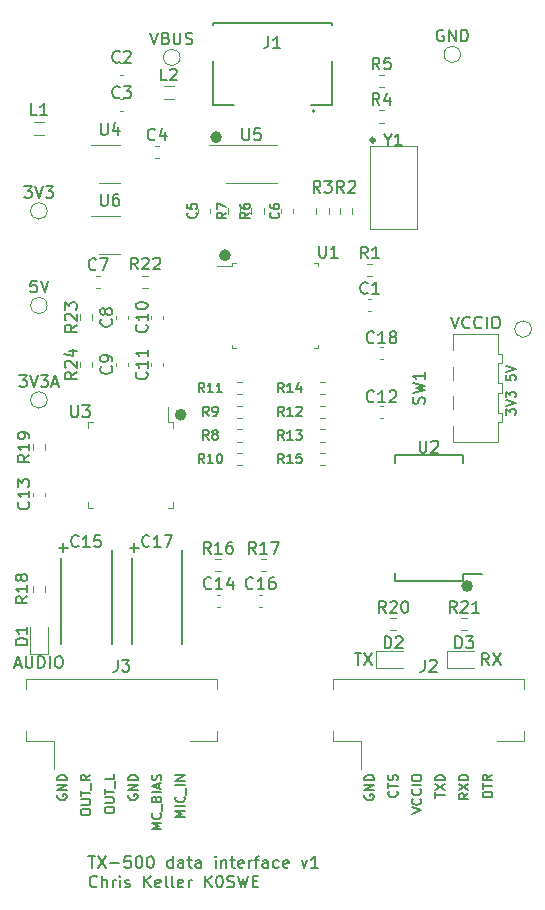
<source format=gbr>
%TF.GenerationSoftware,KiCad,Pcbnew,(5.1.9-0-10_14)*%
%TF.CreationDate,2021-05-06T16:15:28-06:00*%
%TF.ProjectId,tx500-data,74783530-302d-4646-9174-612e6b696361,1*%
%TF.SameCoordinates,Original*%
%TF.FileFunction,Legend,Top*%
%TF.FilePolarity,Positive*%
%FSLAX46Y46*%
G04 Gerber Fmt 4.6, Leading zero omitted, Abs format (unit mm)*
G04 Created by KiCad (PCBNEW (5.1.9-0-10_14)) date 2021-05-06 16:15:28*
%MOMM*%
%LPD*%
G01*
G04 APERTURE LIST*
%ADD10C,0.150000*%
%ADD11C,0.120000*%
%ADD12C,0.500000*%
%ADD13C,0.127000*%
%ADD14C,0.200000*%
%ADD15C,0.300000*%
G04 APERTURE END LIST*
D10*
X138192738Y-128627380D02*
X138764166Y-128627380D01*
X138478452Y-129627380D02*
X138478452Y-128627380D01*
X139002261Y-128627380D02*
X139668928Y-129627380D01*
X139668928Y-128627380D02*
X139002261Y-129627380D01*
X140049880Y-129246428D02*
X140811785Y-129246428D01*
X141764166Y-128627380D02*
X141287976Y-128627380D01*
X141240357Y-129103571D01*
X141287976Y-129055952D01*
X141383214Y-129008333D01*
X141621309Y-129008333D01*
X141716547Y-129055952D01*
X141764166Y-129103571D01*
X141811785Y-129198809D01*
X141811785Y-129436904D01*
X141764166Y-129532142D01*
X141716547Y-129579761D01*
X141621309Y-129627380D01*
X141383214Y-129627380D01*
X141287976Y-129579761D01*
X141240357Y-129532142D01*
X142430833Y-128627380D02*
X142526071Y-128627380D01*
X142621309Y-128675000D01*
X142668928Y-128722619D01*
X142716547Y-128817857D01*
X142764166Y-129008333D01*
X142764166Y-129246428D01*
X142716547Y-129436904D01*
X142668928Y-129532142D01*
X142621309Y-129579761D01*
X142526071Y-129627380D01*
X142430833Y-129627380D01*
X142335595Y-129579761D01*
X142287976Y-129532142D01*
X142240357Y-129436904D01*
X142192738Y-129246428D01*
X142192738Y-129008333D01*
X142240357Y-128817857D01*
X142287976Y-128722619D01*
X142335595Y-128675000D01*
X142430833Y-128627380D01*
X143383214Y-128627380D02*
X143478452Y-128627380D01*
X143573690Y-128675000D01*
X143621309Y-128722619D01*
X143668928Y-128817857D01*
X143716547Y-129008333D01*
X143716547Y-129246428D01*
X143668928Y-129436904D01*
X143621309Y-129532142D01*
X143573690Y-129579761D01*
X143478452Y-129627380D01*
X143383214Y-129627380D01*
X143287976Y-129579761D01*
X143240357Y-129532142D01*
X143192738Y-129436904D01*
X143145119Y-129246428D01*
X143145119Y-129008333D01*
X143192738Y-128817857D01*
X143240357Y-128722619D01*
X143287976Y-128675000D01*
X143383214Y-128627380D01*
X145335595Y-129627380D02*
X145335595Y-128627380D01*
X145335595Y-129579761D02*
X145240357Y-129627380D01*
X145049880Y-129627380D01*
X144954642Y-129579761D01*
X144907023Y-129532142D01*
X144859404Y-129436904D01*
X144859404Y-129151190D01*
X144907023Y-129055952D01*
X144954642Y-129008333D01*
X145049880Y-128960714D01*
X145240357Y-128960714D01*
X145335595Y-129008333D01*
X146240357Y-129627380D02*
X146240357Y-129103571D01*
X146192738Y-129008333D01*
X146097500Y-128960714D01*
X145907023Y-128960714D01*
X145811785Y-129008333D01*
X146240357Y-129579761D02*
X146145119Y-129627380D01*
X145907023Y-129627380D01*
X145811785Y-129579761D01*
X145764166Y-129484523D01*
X145764166Y-129389285D01*
X145811785Y-129294047D01*
X145907023Y-129246428D01*
X146145119Y-129246428D01*
X146240357Y-129198809D01*
X146573690Y-128960714D02*
X146954642Y-128960714D01*
X146716547Y-128627380D02*
X146716547Y-129484523D01*
X146764166Y-129579761D01*
X146859404Y-129627380D01*
X146954642Y-129627380D01*
X147716547Y-129627380D02*
X147716547Y-129103571D01*
X147668928Y-129008333D01*
X147573690Y-128960714D01*
X147383214Y-128960714D01*
X147287976Y-129008333D01*
X147716547Y-129579761D02*
X147621309Y-129627380D01*
X147383214Y-129627380D01*
X147287976Y-129579761D01*
X147240357Y-129484523D01*
X147240357Y-129389285D01*
X147287976Y-129294047D01*
X147383214Y-129246428D01*
X147621309Y-129246428D01*
X147716547Y-129198809D01*
X148954642Y-129627380D02*
X148954642Y-128960714D01*
X148954642Y-128627380D02*
X148907023Y-128675000D01*
X148954642Y-128722619D01*
X149002261Y-128675000D01*
X148954642Y-128627380D01*
X148954642Y-128722619D01*
X149430833Y-128960714D02*
X149430833Y-129627380D01*
X149430833Y-129055952D02*
X149478452Y-129008333D01*
X149573690Y-128960714D01*
X149716547Y-128960714D01*
X149811785Y-129008333D01*
X149859404Y-129103571D01*
X149859404Y-129627380D01*
X150192738Y-128960714D02*
X150573690Y-128960714D01*
X150335595Y-128627380D02*
X150335595Y-129484523D01*
X150383214Y-129579761D01*
X150478452Y-129627380D01*
X150573690Y-129627380D01*
X151287976Y-129579761D02*
X151192738Y-129627380D01*
X151002261Y-129627380D01*
X150907023Y-129579761D01*
X150859404Y-129484523D01*
X150859404Y-129103571D01*
X150907023Y-129008333D01*
X151002261Y-128960714D01*
X151192738Y-128960714D01*
X151287976Y-129008333D01*
X151335595Y-129103571D01*
X151335595Y-129198809D01*
X150859404Y-129294047D01*
X151764166Y-129627380D02*
X151764166Y-128960714D01*
X151764166Y-129151190D02*
X151811785Y-129055952D01*
X151859404Y-129008333D01*
X151954642Y-128960714D01*
X152049880Y-128960714D01*
X152240357Y-128960714D02*
X152621309Y-128960714D01*
X152383214Y-129627380D02*
X152383214Y-128770238D01*
X152430833Y-128675000D01*
X152526071Y-128627380D01*
X152621309Y-128627380D01*
X153383214Y-129627380D02*
X153383214Y-129103571D01*
X153335595Y-129008333D01*
X153240357Y-128960714D01*
X153049880Y-128960714D01*
X152954642Y-129008333D01*
X153383214Y-129579761D02*
X153287976Y-129627380D01*
X153049880Y-129627380D01*
X152954642Y-129579761D01*
X152907023Y-129484523D01*
X152907023Y-129389285D01*
X152954642Y-129294047D01*
X153049880Y-129246428D01*
X153287976Y-129246428D01*
X153383214Y-129198809D01*
X154287976Y-129579761D02*
X154192738Y-129627380D01*
X154002261Y-129627380D01*
X153907023Y-129579761D01*
X153859404Y-129532142D01*
X153811785Y-129436904D01*
X153811785Y-129151190D01*
X153859404Y-129055952D01*
X153907023Y-129008333D01*
X154002261Y-128960714D01*
X154192738Y-128960714D01*
X154287976Y-129008333D01*
X155097500Y-129579761D02*
X155002261Y-129627380D01*
X154811785Y-129627380D01*
X154716547Y-129579761D01*
X154668928Y-129484523D01*
X154668928Y-129103571D01*
X154716547Y-129008333D01*
X154811785Y-128960714D01*
X155002261Y-128960714D01*
X155097500Y-129008333D01*
X155145119Y-129103571D01*
X155145119Y-129198809D01*
X154668928Y-129294047D01*
X156240357Y-128960714D02*
X156478452Y-129627380D01*
X156716547Y-128960714D01*
X157621309Y-129627380D02*
X157049880Y-129627380D01*
X157335595Y-129627380D02*
X157335595Y-128627380D01*
X157240357Y-128770238D01*
X157145119Y-128865476D01*
X157049880Y-128913095D01*
X138907023Y-131182142D02*
X138859404Y-131229761D01*
X138716547Y-131277380D01*
X138621309Y-131277380D01*
X138478452Y-131229761D01*
X138383214Y-131134523D01*
X138335595Y-131039285D01*
X138287976Y-130848809D01*
X138287976Y-130705952D01*
X138335595Y-130515476D01*
X138383214Y-130420238D01*
X138478452Y-130325000D01*
X138621309Y-130277380D01*
X138716547Y-130277380D01*
X138859404Y-130325000D01*
X138907023Y-130372619D01*
X139335595Y-131277380D02*
X139335595Y-130277380D01*
X139764166Y-131277380D02*
X139764166Y-130753571D01*
X139716547Y-130658333D01*
X139621309Y-130610714D01*
X139478452Y-130610714D01*
X139383214Y-130658333D01*
X139335595Y-130705952D01*
X140240357Y-131277380D02*
X140240357Y-130610714D01*
X140240357Y-130801190D02*
X140287976Y-130705952D01*
X140335595Y-130658333D01*
X140430833Y-130610714D01*
X140526071Y-130610714D01*
X140859404Y-131277380D02*
X140859404Y-130610714D01*
X140859404Y-130277380D02*
X140811785Y-130325000D01*
X140859404Y-130372619D01*
X140907023Y-130325000D01*
X140859404Y-130277380D01*
X140859404Y-130372619D01*
X141287976Y-131229761D02*
X141383214Y-131277380D01*
X141573690Y-131277380D01*
X141668928Y-131229761D01*
X141716547Y-131134523D01*
X141716547Y-131086904D01*
X141668928Y-130991666D01*
X141573690Y-130944047D01*
X141430833Y-130944047D01*
X141335595Y-130896428D01*
X141287976Y-130801190D01*
X141287976Y-130753571D01*
X141335595Y-130658333D01*
X141430833Y-130610714D01*
X141573690Y-130610714D01*
X141668928Y-130658333D01*
X142907023Y-131277380D02*
X142907023Y-130277380D01*
X143478452Y-131277380D02*
X143049880Y-130705952D01*
X143478452Y-130277380D02*
X142907023Y-130848809D01*
X144287976Y-131229761D02*
X144192738Y-131277380D01*
X144002261Y-131277380D01*
X143907023Y-131229761D01*
X143859404Y-131134523D01*
X143859404Y-130753571D01*
X143907023Y-130658333D01*
X144002261Y-130610714D01*
X144192738Y-130610714D01*
X144287976Y-130658333D01*
X144335595Y-130753571D01*
X144335595Y-130848809D01*
X143859404Y-130944047D01*
X144907023Y-131277380D02*
X144811785Y-131229761D01*
X144764166Y-131134523D01*
X144764166Y-130277380D01*
X145430833Y-131277380D02*
X145335595Y-131229761D01*
X145287976Y-131134523D01*
X145287976Y-130277380D01*
X146192738Y-131229761D02*
X146097500Y-131277380D01*
X145907023Y-131277380D01*
X145811785Y-131229761D01*
X145764166Y-131134523D01*
X145764166Y-130753571D01*
X145811785Y-130658333D01*
X145907023Y-130610714D01*
X146097500Y-130610714D01*
X146192738Y-130658333D01*
X146240357Y-130753571D01*
X146240357Y-130848809D01*
X145764166Y-130944047D01*
X146668928Y-131277380D02*
X146668928Y-130610714D01*
X146668928Y-130801190D02*
X146716547Y-130705952D01*
X146764166Y-130658333D01*
X146859404Y-130610714D01*
X146954642Y-130610714D01*
X148049880Y-131277380D02*
X148049880Y-130277380D01*
X148621309Y-131277380D02*
X148192738Y-130705952D01*
X148621309Y-130277380D02*
X148049880Y-130848809D01*
X149240357Y-130277380D02*
X149335595Y-130277380D01*
X149430833Y-130325000D01*
X149478452Y-130372619D01*
X149526071Y-130467857D01*
X149573690Y-130658333D01*
X149573690Y-130896428D01*
X149526071Y-131086904D01*
X149478452Y-131182142D01*
X149430833Y-131229761D01*
X149335595Y-131277380D01*
X149240357Y-131277380D01*
X149145119Y-131229761D01*
X149097500Y-131182142D01*
X149049880Y-131086904D01*
X149002261Y-130896428D01*
X149002261Y-130658333D01*
X149049880Y-130467857D01*
X149097500Y-130372619D01*
X149145119Y-130325000D01*
X149240357Y-130277380D01*
X149954642Y-131229761D02*
X150097500Y-131277380D01*
X150335595Y-131277380D01*
X150430833Y-131229761D01*
X150478452Y-131182142D01*
X150526071Y-131086904D01*
X150526071Y-130991666D01*
X150478452Y-130896428D01*
X150430833Y-130848809D01*
X150335595Y-130801190D01*
X150145119Y-130753571D01*
X150049880Y-130705952D01*
X150002261Y-130658333D01*
X149954642Y-130563095D01*
X149954642Y-130467857D01*
X150002261Y-130372619D01*
X150049880Y-130325000D01*
X150145119Y-130277380D01*
X150383214Y-130277380D01*
X150526071Y-130325000D01*
X150859404Y-130277380D02*
X151097500Y-131277380D01*
X151287976Y-130563095D01*
X151478452Y-131277380D01*
X151716547Y-130277380D01*
X152097500Y-130753571D02*
X152430833Y-130753571D01*
X152573690Y-131277380D02*
X152097500Y-131277380D01*
X152097500Y-130277380D01*
X152573690Y-130277380D01*
D11*
%TO.C,L2*%
X145399622Y-63440000D02*
X144600378Y-63440000D01*
X145399622Y-64560000D02*
X144600378Y-64560000D01*
%TO.C,L1*%
X133600378Y-67560000D02*
X134399622Y-67560000D01*
X133600378Y-66440000D02*
X134399622Y-66440000D01*
D12*
%TO.C,U5*%
X149250000Y-67750000D02*
G75*
G03*
X149250000Y-67750000I-250000J0D01*
G01*
D11*
X152000000Y-68390000D02*
X148400000Y-68390000D01*
X152000000Y-68390000D02*
X154200000Y-68390000D01*
X152000000Y-71610000D02*
X149800000Y-71610000D01*
X152000000Y-71610000D02*
X154200000Y-71610000D01*
D13*
%TO.C,J1*%
X158800000Y-65000000D02*
X158800000Y-61270000D01*
X158800000Y-58230000D02*
X158800000Y-58050000D01*
X158800000Y-58050000D02*
X148700000Y-58050000D01*
X148700000Y-58050000D02*
X148700000Y-58230000D01*
X148700000Y-61270000D02*
X148700000Y-65000000D01*
X148700000Y-65000000D02*
X150500000Y-65000000D01*
X157000000Y-65000000D02*
X158800000Y-65000000D01*
D14*
X157350000Y-65550000D02*
G75*
G03*
X157350000Y-65550000I-100000J0D01*
G01*
D11*
%TO.C,Y1*%
X166000000Y-75500000D02*
X162000000Y-75500000D01*
X166000000Y-68500000D02*
X166000000Y-75500000D01*
X162000000Y-68500000D02*
X166000000Y-68500000D01*
X162000000Y-75500000D02*
X162000000Y-68500000D01*
D15*
X162400000Y-68000000D02*
G75*
G03*
X162400000Y-68000000I-150000J0D01*
G01*
D11*
%TO.C,J2*%
X175085000Y-113640000D02*
X175085000Y-114490000D01*
X158915000Y-113640000D02*
X175085000Y-113640000D01*
X158915000Y-114490000D02*
X158915000Y-113640000D01*
X175085000Y-118860000D02*
X172760000Y-118860000D01*
X175085000Y-118010000D02*
X175085000Y-118860000D01*
X161240000Y-118860000D02*
X161240000Y-121250000D01*
X158915000Y-118860000D02*
X161240000Y-118860000D01*
X158915000Y-118010000D02*
X158915000Y-118860000D01*
%TO.C,J3*%
X149085000Y-113640000D02*
X149085000Y-114490000D01*
X132915000Y-113640000D02*
X149085000Y-113640000D01*
X132915000Y-114490000D02*
X132915000Y-113640000D01*
X149085000Y-118860000D02*
X146760000Y-118860000D01*
X149085000Y-118010000D02*
X149085000Y-118860000D01*
X135240000Y-118860000D02*
X135240000Y-121250000D01*
X132915000Y-118860000D02*
X135240000Y-118860000D01*
X132915000Y-118010000D02*
X132915000Y-118860000D01*
%TO.C,SW1*%
X172900000Y-93600000D02*
X172900000Y-93600000D01*
X172900000Y-91900000D02*
X172900000Y-93600000D01*
X173200000Y-91900000D02*
X172900000Y-91900000D01*
X173200000Y-91100000D02*
X173200000Y-91900000D01*
X172900000Y-91100000D02*
X173200000Y-91100000D01*
X172900000Y-89400000D02*
X172900000Y-91100000D01*
X173200000Y-89400000D02*
X172900000Y-89400000D01*
X173200000Y-88600000D02*
X173200000Y-89400000D01*
X172900000Y-88600000D02*
X173200000Y-88600000D01*
X172900000Y-86900000D02*
X172900000Y-88600000D01*
X173200000Y-86900000D02*
X172900000Y-86900000D01*
X173200000Y-86100000D02*
X173200000Y-86900000D01*
X172900000Y-86100000D02*
X173200000Y-86100000D01*
X172900000Y-84400000D02*
X172900000Y-86100000D01*
X169100000Y-90800000D02*
X169100000Y-90800000D01*
X169100000Y-89700000D02*
X169100000Y-90800000D01*
X169100000Y-88300000D02*
X169100000Y-88300000D01*
X169100000Y-87200000D02*
X169100000Y-88300000D01*
X169100000Y-93600000D02*
X169100000Y-92200000D01*
X172900000Y-93600000D02*
X169100000Y-93600000D01*
X169100000Y-84400000D02*
X172900000Y-84400000D01*
X169100000Y-85800000D02*
X169100000Y-84400000D01*
D10*
%TO.C,U2*%
X169875000Y-104750000D02*
X171475000Y-104750000D01*
X169875000Y-94675000D02*
X164125000Y-94675000D01*
X169875000Y-105325000D02*
X164125000Y-105325000D01*
X169875000Y-94675000D02*
X169875000Y-95325000D01*
X164125000Y-94675000D02*
X164125000Y-95325000D01*
X164125000Y-105325000D02*
X164125000Y-104675000D01*
X169875000Y-105325000D02*
X169875000Y-104750000D01*
D12*
X170500000Y-105750000D02*
G75*
G03*
X170500000Y-105750000I-250000J0D01*
G01*
%TO.C,U1*%
X150000000Y-77750000D02*
G75*
G03*
X150000000Y-77750000I-250000J0D01*
G01*
D11*
X150390000Y-78690000D02*
X149075000Y-78690000D01*
X150390000Y-78390000D02*
X150390000Y-78690000D01*
X150690000Y-78390000D02*
X150390000Y-78390000D01*
X157610000Y-78390000D02*
X157610000Y-78690000D01*
X157310000Y-78390000D02*
X157610000Y-78390000D01*
X150390000Y-85610000D02*
X150390000Y-85310000D01*
X150690000Y-85610000D02*
X150390000Y-85610000D01*
X157610000Y-85610000D02*
X157610000Y-85310000D01*
X157310000Y-85610000D02*
X157610000Y-85610000D01*
D12*
%TO.C,U3*%
X146250000Y-91250000D02*
G75*
G03*
X146250000Y-91250000I-250000J0D01*
G01*
D11*
X144910000Y-91890000D02*
X144910000Y-90600000D01*
X145360000Y-91890000D02*
X144910000Y-91890000D01*
X145360000Y-92340000D02*
X145360000Y-91890000D01*
X145360000Y-99110000D02*
X144910000Y-99110000D01*
X145360000Y-98660000D02*
X145360000Y-99110000D01*
X138140000Y-91890000D02*
X138590000Y-91890000D01*
X138140000Y-92340000D02*
X138140000Y-91890000D01*
X138140000Y-99110000D02*
X138590000Y-99110000D01*
X138140000Y-98660000D02*
X138140000Y-99110000D01*
%TO.C,R24*%
X137477500Y-86762742D02*
X137477500Y-87237258D01*
X138522500Y-86762742D02*
X138522500Y-87237258D01*
%TO.C,R23*%
X137477500Y-82762742D02*
X137477500Y-83237258D01*
X138522500Y-82762742D02*
X138522500Y-83237258D01*
%TO.C,R22*%
X143237258Y-79477500D02*
X142762742Y-79477500D01*
X143237258Y-80522500D02*
X142762742Y-80522500D01*
%TO.C,U6*%
X140900000Y-74390000D02*
X138450000Y-74390000D01*
X139100000Y-77610000D02*
X140900000Y-77610000D01*
%TO.C,U4*%
X140900000Y-68390000D02*
X138450000Y-68390000D01*
X139100000Y-71610000D02*
X140900000Y-71610000D01*
%TO.C,TP6*%
X134700000Y-82000000D02*
G75*
G03*
X134700000Y-82000000I-700000J0D01*
G01*
%TO.C,TP5*%
X175700000Y-84000000D02*
G75*
G03*
X175700000Y-84000000I-700000J0D01*
G01*
%TO.C,TP4*%
X134700000Y-90000000D02*
G75*
G03*
X134700000Y-90000000I-700000J0D01*
G01*
%TO.C,TP3*%
X134700000Y-74000000D02*
G75*
G03*
X134700000Y-74000000I-700000J0D01*
G01*
%TO.C,TP2*%
X169700000Y-60750000D02*
G75*
G03*
X169700000Y-60750000I-700000J0D01*
G01*
%TO.C,TP1*%
X145950000Y-61000000D02*
G75*
G03*
X145950000Y-61000000I-700000J0D01*
G01*
%TO.C,R21*%
X169762742Y-109522500D02*
X170237258Y-109522500D01*
X169762742Y-108477500D02*
X170237258Y-108477500D01*
%TO.C,R20*%
X163762742Y-109522500D02*
X164237258Y-109522500D01*
X163762742Y-108477500D02*
X164237258Y-108477500D01*
%TO.C,R19*%
X133477500Y-93762742D02*
X133477500Y-94237258D01*
X134522500Y-93762742D02*
X134522500Y-94237258D01*
%TO.C,R18*%
X134522500Y-106237258D02*
X134522500Y-105762742D01*
X133477500Y-106237258D02*
X133477500Y-105762742D01*
%TO.C,R17*%
X152762742Y-104522500D02*
X153237258Y-104522500D01*
X152762742Y-103477500D02*
X153237258Y-103477500D01*
%TO.C,R16*%
X148937742Y-104522500D02*
X149412258Y-104522500D01*
X148937742Y-103477500D02*
X149412258Y-103477500D01*
%TO.C,R15*%
X158237258Y-94477500D02*
X157762742Y-94477500D01*
X158237258Y-95522500D02*
X157762742Y-95522500D01*
%TO.C,R14*%
X158237258Y-88477500D02*
X157762742Y-88477500D01*
X158237258Y-89522500D02*
X157762742Y-89522500D01*
%TO.C,R13*%
X158237258Y-92477500D02*
X157762742Y-92477500D01*
X158237258Y-93522500D02*
X157762742Y-93522500D01*
%TO.C,R12*%
X158237258Y-90477500D02*
X157762742Y-90477500D01*
X158237258Y-91522500D02*
X157762742Y-91522500D01*
%TO.C,R11*%
X150762742Y-89522500D02*
X151237258Y-89522500D01*
X150762742Y-88477500D02*
X151237258Y-88477500D01*
%TO.C,R10*%
X150762742Y-95522500D02*
X151237258Y-95522500D01*
X150762742Y-94477500D02*
X151237258Y-94477500D01*
%TO.C,R9*%
X150762742Y-91522500D02*
X151237258Y-91522500D01*
X150762742Y-90477500D02*
X151237258Y-90477500D01*
%TO.C,R8*%
X150762742Y-93522500D02*
X151237258Y-93522500D01*
X150762742Y-92477500D02*
X151237258Y-92477500D01*
%TO.C,R7*%
X151022500Y-74237258D02*
X151022500Y-73762742D01*
X149977500Y-74237258D02*
X149977500Y-73762742D01*
%TO.C,R6*%
X153022500Y-74237258D02*
X153022500Y-73762742D01*
X151977500Y-74237258D02*
X151977500Y-73762742D01*
%TO.C,R5*%
X162762742Y-63522500D02*
X163237258Y-63522500D01*
X162762742Y-62477500D02*
X163237258Y-62477500D01*
%TO.C,R4*%
X162762742Y-66522500D02*
X163237258Y-66522500D01*
X162762742Y-65477500D02*
X163237258Y-65477500D01*
%TO.C,R3*%
X158522500Y-74237258D02*
X158522500Y-73762742D01*
X157477500Y-74237258D02*
X157477500Y-73762742D01*
%TO.C,R2*%
X159477500Y-73762742D02*
X159477500Y-74237258D01*
X160522500Y-73762742D02*
X160522500Y-74237258D01*
%TO.C,R1*%
X161762742Y-79522500D02*
X162237258Y-79522500D01*
X161762742Y-78477500D02*
X162237258Y-78477500D01*
%TO.C,D3*%
X168515000Y-112735000D02*
X170800000Y-112735000D01*
X168515000Y-111265000D02*
X168515000Y-112735000D01*
X170800000Y-111265000D02*
X168515000Y-111265000D01*
%TO.C,D2*%
X162515000Y-112735000D02*
X164800000Y-112735000D01*
X162515000Y-111265000D02*
X162515000Y-112735000D01*
X164800000Y-111265000D02*
X162515000Y-111265000D01*
%TO.C,D1*%
X134735000Y-111485000D02*
X134735000Y-109200000D01*
X133265000Y-111485000D02*
X134735000Y-111485000D01*
X133265000Y-109200000D02*
X133265000Y-111485000D01*
%TO.C,C18*%
X163140580Y-85490000D02*
X162859420Y-85490000D01*
X163140580Y-86510000D02*
X162859420Y-86510000D01*
D14*
%TO.C,C17*%
X141850000Y-103350000D02*
X141850000Y-110650000D01*
X146150000Y-110650000D02*
X146150000Y-102725000D01*
D11*
%TO.C,C16*%
X152634420Y-107510000D02*
X152915580Y-107510000D01*
X152634420Y-106490000D02*
X152915580Y-106490000D01*
D14*
%TO.C,C15*%
X135850000Y-103350000D02*
X135850000Y-110650000D01*
X140150000Y-110650000D02*
X140150000Y-102725000D01*
D11*
%TO.C,C14*%
X149084420Y-107510000D02*
X149365580Y-107510000D01*
X149084420Y-106490000D02*
X149365580Y-106490000D01*
%TO.C,C13*%
X133490000Y-97859420D02*
X133490000Y-98140580D01*
X134510000Y-97859420D02*
X134510000Y-98140580D01*
%TO.C,C12*%
X163140580Y-90490000D02*
X162859420Y-90490000D01*
X163140580Y-91510000D02*
X162859420Y-91510000D01*
%TO.C,C11*%
X143490000Y-86859420D02*
X143490000Y-87140580D01*
X144510000Y-86859420D02*
X144510000Y-87140580D01*
%TO.C,C10*%
X143490000Y-82859420D02*
X143490000Y-83140580D01*
X144510000Y-82859420D02*
X144510000Y-83140580D01*
%TO.C,C9*%
X140490000Y-86859420D02*
X140490000Y-87140580D01*
X141510000Y-86859420D02*
X141510000Y-87140580D01*
%TO.C,C8*%
X140490000Y-82859420D02*
X140490000Y-83140580D01*
X141510000Y-82859420D02*
X141510000Y-83140580D01*
%TO.C,C7*%
X138859420Y-80510000D02*
X139140580Y-80510000D01*
X138859420Y-79490000D02*
X139140580Y-79490000D01*
%TO.C,C6*%
X155510000Y-74140580D02*
X155510000Y-73859420D01*
X154490000Y-74140580D02*
X154490000Y-73859420D01*
%TO.C,C5*%
X148510000Y-74140580D02*
X148510000Y-73859420D01*
X147490000Y-74140580D02*
X147490000Y-73859420D01*
%TO.C,C4*%
X143859420Y-69510000D02*
X144140580Y-69510000D01*
X143859420Y-68490000D02*
X144140580Y-68490000D01*
%TO.C,C3*%
X141140580Y-64490000D02*
X140859420Y-64490000D01*
X141140580Y-65510000D02*
X140859420Y-65510000D01*
%TO.C,C2*%
X141140580Y-61490000D02*
X140859420Y-61490000D01*
X141140580Y-62510000D02*
X140859420Y-62510000D01*
%TO.C,C1*%
X161859420Y-82510000D02*
X162140580Y-82510000D01*
X161859420Y-81490000D02*
X162140580Y-81490000D01*
%TO.C,L2*%
D10*
X144833333Y-62952380D02*
X144357142Y-62952380D01*
X144357142Y-61952380D01*
X145119047Y-62047619D02*
X145166666Y-62000000D01*
X145261904Y-61952380D01*
X145500000Y-61952380D01*
X145595238Y-62000000D01*
X145642857Y-62047619D01*
X145690476Y-62142857D01*
X145690476Y-62238095D01*
X145642857Y-62380952D01*
X145071428Y-62952380D01*
X145690476Y-62952380D01*
%TO.C,L1*%
X133833333Y-65902380D02*
X133357142Y-65902380D01*
X133357142Y-64902380D01*
X134690476Y-65902380D02*
X134119047Y-65902380D01*
X134404761Y-65902380D02*
X134404761Y-64902380D01*
X134309523Y-65045238D01*
X134214285Y-65140476D01*
X134119047Y-65188095D01*
%TO.C,U5*%
X151238095Y-67002380D02*
X151238095Y-67811904D01*
X151285714Y-67907142D01*
X151333333Y-67954761D01*
X151428571Y-68002380D01*
X151619047Y-68002380D01*
X151714285Y-67954761D01*
X151761904Y-67907142D01*
X151809523Y-67811904D01*
X151809523Y-67002380D01*
X152761904Y-67002380D02*
X152285714Y-67002380D01*
X152238095Y-67478571D01*
X152285714Y-67430952D01*
X152380952Y-67383333D01*
X152619047Y-67383333D01*
X152714285Y-67430952D01*
X152761904Y-67478571D01*
X152809523Y-67573809D01*
X152809523Y-67811904D01*
X152761904Y-67907142D01*
X152714285Y-67954761D01*
X152619047Y-68002380D01*
X152380952Y-68002380D01*
X152285714Y-67954761D01*
X152238095Y-67907142D01*
%TO.C,J1*%
X153416666Y-59202380D02*
X153416666Y-59916666D01*
X153369047Y-60059523D01*
X153273809Y-60154761D01*
X153130952Y-60202380D01*
X153035714Y-60202380D01*
X154416666Y-60202380D02*
X153845238Y-60202380D01*
X154130952Y-60202380D02*
X154130952Y-59202380D01*
X154035714Y-59345238D01*
X153940476Y-59440476D01*
X153845238Y-59488095D01*
%TO.C,Y1*%
X163523809Y-67976190D02*
X163523809Y-68452380D01*
X163190476Y-67452380D02*
X163523809Y-67976190D01*
X163857142Y-67452380D01*
X164714285Y-68452380D02*
X164142857Y-68452380D01*
X164428571Y-68452380D02*
X164428571Y-67452380D01*
X164333333Y-67595238D01*
X164238095Y-67690476D01*
X164142857Y-67738095D01*
%TO.C,J2*%
X166666666Y-112002380D02*
X166666666Y-112716666D01*
X166619047Y-112859523D01*
X166523809Y-112954761D01*
X166380952Y-113002380D01*
X166285714Y-113002380D01*
X167095238Y-112097619D02*
X167142857Y-112050000D01*
X167238095Y-112002380D01*
X167476190Y-112002380D01*
X167571428Y-112050000D01*
X167619047Y-112097619D01*
X167666666Y-112192857D01*
X167666666Y-112288095D01*
X167619047Y-112430952D01*
X167047619Y-113002380D01*
X167666666Y-113002380D01*
X161600000Y-123426071D02*
X161561904Y-123502261D01*
X161561904Y-123616547D01*
X161600000Y-123730833D01*
X161676190Y-123807023D01*
X161752380Y-123845119D01*
X161904761Y-123883214D01*
X162019047Y-123883214D01*
X162171428Y-123845119D01*
X162247619Y-123807023D01*
X162323809Y-123730833D01*
X162361904Y-123616547D01*
X162361904Y-123540357D01*
X162323809Y-123426071D01*
X162285714Y-123387976D01*
X162019047Y-123387976D01*
X162019047Y-123540357D01*
X162361904Y-123045119D02*
X161561904Y-123045119D01*
X162361904Y-122587976D01*
X161561904Y-122587976D01*
X162361904Y-122207023D02*
X161561904Y-122207023D01*
X161561904Y-122016547D01*
X161600000Y-121902261D01*
X161676190Y-121826071D01*
X161752380Y-121787976D01*
X161904761Y-121749880D01*
X162019047Y-121749880D01*
X162171428Y-121787976D01*
X162247619Y-121826071D01*
X162323809Y-121902261D01*
X162361904Y-122016547D01*
X162361904Y-122207023D01*
X164285714Y-123121309D02*
X164323809Y-123159404D01*
X164361904Y-123273690D01*
X164361904Y-123349880D01*
X164323809Y-123464166D01*
X164247619Y-123540357D01*
X164171428Y-123578452D01*
X164019047Y-123616547D01*
X163904761Y-123616547D01*
X163752380Y-123578452D01*
X163676190Y-123540357D01*
X163600000Y-123464166D01*
X163561904Y-123349880D01*
X163561904Y-123273690D01*
X163600000Y-123159404D01*
X163638095Y-123121309D01*
X163561904Y-122892738D02*
X163561904Y-122435595D01*
X164361904Y-122664166D02*
X163561904Y-122664166D01*
X164323809Y-122207023D02*
X164361904Y-122092738D01*
X164361904Y-121902261D01*
X164323809Y-121826071D01*
X164285714Y-121787976D01*
X164209523Y-121749880D01*
X164133333Y-121749880D01*
X164057142Y-121787976D01*
X164019047Y-121826071D01*
X163980952Y-121902261D01*
X163942857Y-122054642D01*
X163904761Y-122130833D01*
X163866666Y-122168928D01*
X163790476Y-122207023D01*
X163714285Y-122207023D01*
X163638095Y-122168928D01*
X163600000Y-122130833D01*
X163561904Y-122054642D01*
X163561904Y-121864166D01*
X163600000Y-121749880D01*
X165561904Y-125026071D02*
X166361904Y-124759404D01*
X165561904Y-124492738D01*
X166285714Y-123768928D02*
X166323809Y-123807023D01*
X166361904Y-123921309D01*
X166361904Y-123997500D01*
X166323809Y-124111785D01*
X166247619Y-124187976D01*
X166171428Y-124226071D01*
X166019047Y-124264166D01*
X165904761Y-124264166D01*
X165752380Y-124226071D01*
X165676190Y-124187976D01*
X165600000Y-124111785D01*
X165561904Y-123997500D01*
X165561904Y-123921309D01*
X165600000Y-123807023D01*
X165638095Y-123768928D01*
X166285714Y-122968928D02*
X166323809Y-123007023D01*
X166361904Y-123121309D01*
X166361904Y-123197500D01*
X166323809Y-123311785D01*
X166247619Y-123387976D01*
X166171428Y-123426071D01*
X166019047Y-123464166D01*
X165904761Y-123464166D01*
X165752380Y-123426071D01*
X165676190Y-123387976D01*
X165600000Y-123311785D01*
X165561904Y-123197500D01*
X165561904Y-123121309D01*
X165600000Y-123007023D01*
X165638095Y-122968928D01*
X166361904Y-122626071D02*
X165561904Y-122626071D01*
X165561904Y-122092738D02*
X165561904Y-121940357D01*
X165600000Y-121864166D01*
X165676190Y-121787976D01*
X165828571Y-121749880D01*
X166095238Y-121749880D01*
X166247619Y-121787976D01*
X166323809Y-121864166D01*
X166361904Y-121940357D01*
X166361904Y-122092738D01*
X166323809Y-122168928D01*
X166247619Y-122245119D01*
X166095238Y-122283214D01*
X165828571Y-122283214D01*
X165676190Y-122245119D01*
X165600000Y-122168928D01*
X165561904Y-122092738D01*
X167561904Y-123692738D02*
X167561904Y-123235595D01*
X168361904Y-123464166D02*
X167561904Y-123464166D01*
X167561904Y-123045119D02*
X168361904Y-122511785D01*
X167561904Y-122511785D02*
X168361904Y-123045119D01*
X168361904Y-122207023D02*
X167561904Y-122207023D01*
X167561904Y-122016547D01*
X167600000Y-121902261D01*
X167676190Y-121826071D01*
X167752380Y-121787976D01*
X167904761Y-121749880D01*
X168019047Y-121749880D01*
X168171428Y-121787976D01*
X168247619Y-121826071D01*
X168323809Y-121902261D01*
X168361904Y-122016547D01*
X168361904Y-122207023D01*
X170361904Y-123311785D02*
X169980952Y-123578452D01*
X170361904Y-123768928D02*
X169561904Y-123768928D01*
X169561904Y-123464166D01*
X169600000Y-123387976D01*
X169638095Y-123349880D01*
X169714285Y-123311785D01*
X169828571Y-123311785D01*
X169904761Y-123349880D01*
X169942857Y-123387976D01*
X169980952Y-123464166D01*
X169980952Y-123768928D01*
X169561904Y-123045119D02*
X170361904Y-122511785D01*
X169561904Y-122511785D02*
X170361904Y-123045119D01*
X170361904Y-122207023D02*
X169561904Y-122207023D01*
X169561904Y-122016547D01*
X169600000Y-121902261D01*
X169676190Y-121826071D01*
X169752380Y-121787976D01*
X169904761Y-121749880D01*
X170019047Y-121749880D01*
X170171428Y-121787976D01*
X170247619Y-121826071D01*
X170323809Y-121902261D01*
X170361904Y-122016547D01*
X170361904Y-122207023D01*
X172361904Y-123616547D02*
X171561904Y-123616547D01*
X171561904Y-123426071D01*
X171600000Y-123311785D01*
X171676190Y-123235595D01*
X171752380Y-123197500D01*
X171904761Y-123159404D01*
X172019047Y-123159404D01*
X172171428Y-123197500D01*
X172247619Y-123235595D01*
X172323809Y-123311785D01*
X172361904Y-123426071D01*
X172361904Y-123616547D01*
X171561904Y-122930833D02*
X171561904Y-122473690D01*
X172361904Y-122702261D02*
X171561904Y-122702261D01*
X172361904Y-121749880D02*
X171980952Y-122016547D01*
X172361904Y-122207023D02*
X171561904Y-122207023D01*
X171561904Y-121902261D01*
X171600000Y-121826071D01*
X171638095Y-121787976D01*
X171714285Y-121749880D01*
X171828571Y-121749880D01*
X171904761Y-121787976D01*
X171942857Y-121826071D01*
X171980952Y-121902261D01*
X171980952Y-122207023D01*
%TO.C,J3*%
X140666666Y-112002380D02*
X140666666Y-112716666D01*
X140619047Y-112859523D01*
X140523809Y-112954761D01*
X140380952Y-113002380D01*
X140285714Y-113002380D01*
X141047619Y-112002380D02*
X141666666Y-112002380D01*
X141333333Y-112383333D01*
X141476190Y-112383333D01*
X141571428Y-112430952D01*
X141619047Y-112478571D01*
X141666666Y-112573809D01*
X141666666Y-112811904D01*
X141619047Y-112907142D01*
X141571428Y-112954761D01*
X141476190Y-113002380D01*
X141190476Y-113002380D01*
X141095238Y-112954761D01*
X141047619Y-112907142D01*
X135600000Y-123426071D02*
X135561904Y-123502261D01*
X135561904Y-123616547D01*
X135600000Y-123730833D01*
X135676190Y-123807023D01*
X135752380Y-123845119D01*
X135904761Y-123883214D01*
X136019047Y-123883214D01*
X136171428Y-123845119D01*
X136247619Y-123807023D01*
X136323809Y-123730833D01*
X136361904Y-123616547D01*
X136361904Y-123540357D01*
X136323809Y-123426071D01*
X136285714Y-123387976D01*
X136019047Y-123387976D01*
X136019047Y-123540357D01*
X136361904Y-123045119D02*
X135561904Y-123045119D01*
X136361904Y-122587976D01*
X135561904Y-122587976D01*
X136361904Y-122207023D02*
X135561904Y-122207023D01*
X135561904Y-122016547D01*
X135600000Y-121902261D01*
X135676190Y-121826071D01*
X135752380Y-121787976D01*
X135904761Y-121749880D01*
X136019047Y-121749880D01*
X136171428Y-121787976D01*
X136247619Y-121826071D01*
X136323809Y-121902261D01*
X136361904Y-122016547D01*
X136361904Y-122207023D01*
X137561904Y-124949880D02*
X137561904Y-124797500D01*
X137600000Y-124721309D01*
X137676190Y-124645119D01*
X137828571Y-124607023D01*
X138095238Y-124607023D01*
X138247619Y-124645119D01*
X138323809Y-124721309D01*
X138361904Y-124797500D01*
X138361904Y-124949880D01*
X138323809Y-125026071D01*
X138247619Y-125102261D01*
X138095238Y-125140357D01*
X137828571Y-125140357D01*
X137676190Y-125102261D01*
X137600000Y-125026071D01*
X137561904Y-124949880D01*
X137561904Y-124264166D02*
X138209523Y-124264166D01*
X138285714Y-124226071D01*
X138323809Y-124187976D01*
X138361904Y-124111785D01*
X138361904Y-123959404D01*
X138323809Y-123883214D01*
X138285714Y-123845119D01*
X138209523Y-123807023D01*
X137561904Y-123807023D01*
X137561904Y-123540357D02*
X137561904Y-123083214D01*
X138361904Y-123311785D02*
X137561904Y-123311785D01*
X138438095Y-123007023D02*
X138438095Y-122397500D01*
X138361904Y-121749880D02*
X137980952Y-122016547D01*
X138361904Y-122207023D02*
X137561904Y-122207023D01*
X137561904Y-121902261D01*
X137600000Y-121826071D01*
X137638095Y-121787976D01*
X137714285Y-121749880D01*
X137828571Y-121749880D01*
X137904761Y-121787976D01*
X137942857Y-121826071D01*
X137980952Y-121902261D01*
X137980952Y-122207023D01*
X139561904Y-124797500D02*
X139561904Y-124645119D01*
X139600000Y-124568928D01*
X139676190Y-124492738D01*
X139828571Y-124454642D01*
X140095238Y-124454642D01*
X140247619Y-124492738D01*
X140323809Y-124568928D01*
X140361904Y-124645119D01*
X140361904Y-124797500D01*
X140323809Y-124873690D01*
X140247619Y-124949880D01*
X140095238Y-124987976D01*
X139828571Y-124987976D01*
X139676190Y-124949880D01*
X139600000Y-124873690D01*
X139561904Y-124797500D01*
X139561904Y-124111785D02*
X140209523Y-124111785D01*
X140285714Y-124073690D01*
X140323809Y-124035595D01*
X140361904Y-123959404D01*
X140361904Y-123807023D01*
X140323809Y-123730833D01*
X140285714Y-123692738D01*
X140209523Y-123654642D01*
X139561904Y-123654642D01*
X139561904Y-123387976D02*
X139561904Y-122930833D01*
X140361904Y-123159404D02*
X139561904Y-123159404D01*
X140438095Y-122854642D02*
X140438095Y-122245119D01*
X140361904Y-121673690D02*
X140361904Y-122054642D01*
X139561904Y-122054642D01*
X141600000Y-123426071D02*
X141561904Y-123502261D01*
X141561904Y-123616547D01*
X141600000Y-123730833D01*
X141676190Y-123807023D01*
X141752380Y-123845119D01*
X141904761Y-123883214D01*
X142019047Y-123883214D01*
X142171428Y-123845119D01*
X142247619Y-123807023D01*
X142323809Y-123730833D01*
X142361904Y-123616547D01*
X142361904Y-123540357D01*
X142323809Y-123426071D01*
X142285714Y-123387976D01*
X142019047Y-123387976D01*
X142019047Y-123540357D01*
X142361904Y-123045119D02*
X141561904Y-123045119D01*
X142361904Y-122587976D01*
X141561904Y-122587976D01*
X142361904Y-122207023D02*
X141561904Y-122207023D01*
X141561904Y-122016547D01*
X141600000Y-121902261D01*
X141676190Y-121826071D01*
X141752380Y-121787976D01*
X141904761Y-121749880D01*
X142019047Y-121749880D01*
X142171428Y-121787976D01*
X142247619Y-121826071D01*
X142323809Y-121902261D01*
X142361904Y-122016547D01*
X142361904Y-122207023D01*
X144361904Y-126359404D02*
X143561904Y-126359404D01*
X144133333Y-126092738D01*
X143561904Y-125826071D01*
X144361904Y-125826071D01*
X144285714Y-124987976D02*
X144323809Y-125026071D01*
X144361904Y-125140357D01*
X144361904Y-125216547D01*
X144323809Y-125330833D01*
X144247619Y-125407023D01*
X144171428Y-125445119D01*
X144019047Y-125483214D01*
X143904761Y-125483214D01*
X143752380Y-125445119D01*
X143676190Y-125407023D01*
X143600000Y-125330833D01*
X143561904Y-125216547D01*
X143561904Y-125140357D01*
X143600000Y-125026071D01*
X143638095Y-124987976D01*
X144438095Y-124835595D02*
X144438095Y-124226071D01*
X143942857Y-123768928D02*
X143980952Y-123654642D01*
X144019047Y-123616547D01*
X144095238Y-123578452D01*
X144209523Y-123578452D01*
X144285714Y-123616547D01*
X144323809Y-123654642D01*
X144361904Y-123730833D01*
X144361904Y-124035595D01*
X143561904Y-124035595D01*
X143561904Y-123768928D01*
X143600000Y-123692738D01*
X143638095Y-123654642D01*
X143714285Y-123616547D01*
X143790476Y-123616547D01*
X143866666Y-123654642D01*
X143904761Y-123692738D01*
X143942857Y-123768928D01*
X143942857Y-124035595D01*
X144361904Y-123235595D02*
X143561904Y-123235595D01*
X144133333Y-122892738D02*
X144133333Y-122511785D01*
X144361904Y-122968928D02*
X143561904Y-122702261D01*
X144361904Y-122435595D01*
X144323809Y-122207023D02*
X144361904Y-122092738D01*
X144361904Y-121902261D01*
X144323809Y-121826071D01*
X144285714Y-121787976D01*
X144209523Y-121749880D01*
X144133333Y-121749880D01*
X144057142Y-121787976D01*
X144019047Y-121826071D01*
X143980952Y-121902261D01*
X143942857Y-122054642D01*
X143904761Y-122130833D01*
X143866666Y-122168928D01*
X143790476Y-122207023D01*
X143714285Y-122207023D01*
X143638095Y-122168928D01*
X143600000Y-122130833D01*
X143561904Y-122054642D01*
X143561904Y-121864166D01*
X143600000Y-121749880D01*
X146361904Y-125330833D02*
X145561904Y-125330833D01*
X146133333Y-125064166D01*
X145561904Y-124797500D01*
X146361904Y-124797500D01*
X146361904Y-124416547D02*
X145561904Y-124416547D01*
X146285714Y-123578452D02*
X146323809Y-123616547D01*
X146361904Y-123730833D01*
X146361904Y-123807023D01*
X146323809Y-123921309D01*
X146247619Y-123997500D01*
X146171428Y-124035595D01*
X146019047Y-124073690D01*
X145904761Y-124073690D01*
X145752380Y-124035595D01*
X145676190Y-123997500D01*
X145600000Y-123921309D01*
X145561904Y-123807023D01*
X145561904Y-123730833D01*
X145600000Y-123616547D01*
X145638095Y-123578452D01*
X146438095Y-123426071D02*
X146438095Y-122816547D01*
X146361904Y-122626071D02*
X145561904Y-122626071D01*
X146361904Y-122245119D02*
X145561904Y-122245119D01*
X146361904Y-121787976D01*
X145561904Y-121787976D01*
%TO.C,SW1*%
X166604761Y-90333333D02*
X166652380Y-90190476D01*
X166652380Y-89952380D01*
X166604761Y-89857142D01*
X166557142Y-89809523D01*
X166461904Y-89761904D01*
X166366666Y-89761904D01*
X166271428Y-89809523D01*
X166223809Y-89857142D01*
X166176190Y-89952380D01*
X166128571Y-90142857D01*
X166080952Y-90238095D01*
X166033333Y-90285714D01*
X165938095Y-90333333D01*
X165842857Y-90333333D01*
X165747619Y-90285714D01*
X165700000Y-90238095D01*
X165652380Y-90142857D01*
X165652380Y-89904761D01*
X165700000Y-89761904D01*
X165652380Y-89428571D02*
X166652380Y-89190476D01*
X165938095Y-89000000D01*
X166652380Y-88809523D01*
X165652380Y-88571428D01*
X166652380Y-87666666D02*
X166652380Y-88238095D01*
X166652380Y-87952380D02*
X165652380Y-87952380D01*
X165795238Y-88047619D01*
X165890476Y-88142857D01*
X165938095Y-88238095D01*
X168904761Y-82952380D02*
X169238095Y-83952380D01*
X169571428Y-82952380D01*
X170476190Y-83857142D02*
X170428571Y-83904761D01*
X170285714Y-83952380D01*
X170190476Y-83952380D01*
X170047619Y-83904761D01*
X169952380Y-83809523D01*
X169904761Y-83714285D01*
X169857142Y-83523809D01*
X169857142Y-83380952D01*
X169904761Y-83190476D01*
X169952380Y-83095238D01*
X170047619Y-83000000D01*
X170190476Y-82952380D01*
X170285714Y-82952380D01*
X170428571Y-83000000D01*
X170476190Y-83047619D01*
X171476190Y-83857142D02*
X171428571Y-83904761D01*
X171285714Y-83952380D01*
X171190476Y-83952380D01*
X171047619Y-83904761D01*
X170952380Y-83809523D01*
X170904761Y-83714285D01*
X170857142Y-83523809D01*
X170857142Y-83380952D01*
X170904761Y-83190476D01*
X170952380Y-83095238D01*
X171047619Y-83000000D01*
X171190476Y-82952380D01*
X171285714Y-82952380D01*
X171428571Y-83000000D01*
X171476190Y-83047619D01*
X171904761Y-83952380D02*
X171904761Y-82952380D01*
X172571428Y-82952380D02*
X172761904Y-82952380D01*
X172857142Y-83000000D01*
X172952380Y-83095238D01*
X173000000Y-83285714D01*
X173000000Y-83619047D01*
X172952380Y-83809523D01*
X172857142Y-83904761D01*
X172761904Y-83952380D01*
X172571428Y-83952380D01*
X172476190Y-83904761D01*
X172380952Y-83809523D01*
X172333333Y-83619047D01*
X172333333Y-83285714D01*
X172380952Y-83095238D01*
X172476190Y-83000000D01*
X172571428Y-82952380D01*
X173561904Y-87902380D02*
X173561904Y-88283333D01*
X173942857Y-88321428D01*
X173904761Y-88283333D01*
X173866666Y-88207142D01*
X173866666Y-88016666D01*
X173904761Y-87940476D01*
X173942857Y-87902380D01*
X174019047Y-87864285D01*
X174209523Y-87864285D01*
X174285714Y-87902380D01*
X174323809Y-87940476D01*
X174361904Y-88016666D01*
X174361904Y-88207142D01*
X174323809Y-88283333D01*
X174285714Y-88321428D01*
X173561904Y-87635714D02*
X174361904Y-87369047D01*
X173561904Y-87102380D01*
X173561904Y-91240476D02*
X173561904Y-90745238D01*
X173866666Y-91011904D01*
X173866666Y-90897619D01*
X173904761Y-90821428D01*
X173942857Y-90783333D01*
X174019047Y-90745238D01*
X174209523Y-90745238D01*
X174285714Y-90783333D01*
X174323809Y-90821428D01*
X174361904Y-90897619D01*
X174361904Y-91126190D01*
X174323809Y-91202380D01*
X174285714Y-91240476D01*
X173561904Y-90516666D02*
X174361904Y-90250000D01*
X173561904Y-89983333D01*
X173561904Y-89792857D02*
X173561904Y-89297619D01*
X173866666Y-89564285D01*
X173866666Y-89450000D01*
X173904761Y-89373809D01*
X173942857Y-89335714D01*
X174019047Y-89297619D01*
X174209523Y-89297619D01*
X174285714Y-89335714D01*
X174323809Y-89373809D01*
X174361904Y-89450000D01*
X174361904Y-89678571D01*
X174323809Y-89754761D01*
X174285714Y-89792857D01*
%TO.C,U2*%
X166238095Y-93452380D02*
X166238095Y-94261904D01*
X166285714Y-94357142D01*
X166333333Y-94404761D01*
X166428571Y-94452380D01*
X166619047Y-94452380D01*
X166714285Y-94404761D01*
X166761904Y-94357142D01*
X166809523Y-94261904D01*
X166809523Y-93452380D01*
X167238095Y-93547619D02*
X167285714Y-93500000D01*
X167380952Y-93452380D01*
X167619047Y-93452380D01*
X167714285Y-93500000D01*
X167761904Y-93547619D01*
X167809523Y-93642857D01*
X167809523Y-93738095D01*
X167761904Y-93880952D01*
X167190476Y-94452380D01*
X167809523Y-94452380D01*
%TO.C,U1*%
X157738095Y-76952380D02*
X157738095Y-77761904D01*
X157785714Y-77857142D01*
X157833333Y-77904761D01*
X157928571Y-77952380D01*
X158119047Y-77952380D01*
X158214285Y-77904761D01*
X158261904Y-77857142D01*
X158309523Y-77761904D01*
X158309523Y-76952380D01*
X159309523Y-77952380D02*
X158738095Y-77952380D01*
X159023809Y-77952380D02*
X159023809Y-76952380D01*
X158928571Y-77095238D01*
X158833333Y-77190476D01*
X158738095Y-77238095D01*
%TO.C,U3*%
X136738095Y-90452380D02*
X136738095Y-91261904D01*
X136785714Y-91357142D01*
X136833333Y-91404761D01*
X136928571Y-91452380D01*
X137119047Y-91452380D01*
X137214285Y-91404761D01*
X137261904Y-91357142D01*
X137309523Y-91261904D01*
X137309523Y-90452380D01*
X137690476Y-90452380D02*
X138309523Y-90452380D01*
X137976190Y-90833333D01*
X138119047Y-90833333D01*
X138214285Y-90880952D01*
X138261904Y-90928571D01*
X138309523Y-91023809D01*
X138309523Y-91261904D01*
X138261904Y-91357142D01*
X138214285Y-91404761D01*
X138119047Y-91452380D01*
X137833333Y-91452380D01*
X137738095Y-91404761D01*
X137690476Y-91357142D01*
%TO.C,R24*%
X137202380Y-87642857D02*
X136726190Y-87976190D01*
X137202380Y-88214285D02*
X136202380Y-88214285D01*
X136202380Y-87833333D01*
X136250000Y-87738095D01*
X136297619Y-87690476D01*
X136392857Y-87642857D01*
X136535714Y-87642857D01*
X136630952Y-87690476D01*
X136678571Y-87738095D01*
X136726190Y-87833333D01*
X136726190Y-88214285D01*
X136297619Y-87261904D02*
X136250000Y-87214285D01*
X136202380Y-87119047D01*
X136202380Y-86880952D01*
X136250000Y-86785714D01*
X136297619Y-86738095D01*
X136392857Y-86690476D01*
X136488095Y-86690476D01*
X136630952Y-86738095D01*
X137202380Y-87309523D01*
X137202380Y-86690476D01*
X136535714Y-85833333D02*
X137202380Y-85833333D01*
X136154761Y-86071428D02*
X136869047Y-86309523D01*
X136869047Y-85690476D01*
%TO.C,R23*%
X137202380Y-83642857D02*
X136726190Y-83976190D01*
X137202380Y-84214285D02*
X136202380Y-84214285D01*
X136202380Y-83833333D01*
X136250000Y-83738095D01*
X136297619Y-83690476D01*
X136392857Y-83642857D01*
X136535714Y-83642857D01*
X136630952Y-83690476D01*
X136678571Y-83738095D01*
X136726190Y-83833333D01*
X136726190Y-84214285D01*
X136297619Y-83261904D02*
X136250000Y-83214285D01*
X136202380Y-83119047D01*
X136202380Y-82880952D01*
X136250000Y-82785714D01*
X136297619Y-82738095D01*
X136392857Y-82690476D01*
X136488095Y-82690476D01*
X136630952Y-82738095D01*
X137202380Y-83309523D01*
X137202380Y-82690476D01*
X136202380Y-82357142D02*
X136202380Y-81738095D01*
X136583333Y-82071428D01*
X136583333Y-81928571D01*
X136630952Y-81833333D01*
X136678571Y-81785714D01*
X136773809Y-81738095D01*
X137011904Y-81738095D01*
X137107142Y-81785714D01*
X137154761Y-81833333D01*
X137202380Y-81928571D01*
X137202380Y-82214285D01*
X137154761Y-82309523D01*
X137107142Y-82357142D01*
%TO.C,R22*%
X142357142Y-78952380D02*
X142023809Y-78476190D01*
X141785714Y-78952380D02*
X141785714Y-77952380D01*
X142166666Y-77952380D01*
X142261904Y-78000000D01*
X142309523Y-78047619D01*
X142357142Y-78142857D01*
X142357142Y-78285714D01*
X142309523Y-78380952D01*
X142261904Y-78428571D01*
X142166666Y-78476190D01*
X141785714Y-78476190D01*
X142738095Y-78047619D02*
X142785714Y-78000000D01*
X142880952Y-77952380D01*
X143119047Y-77952380D01*
X143214285Y-78000000D01*
X143261904Y-78047619D01*
X143309523Y-78142857D01*
X143309523Y-78238095D01*
X143261904Y-78380952D01*
X142690476Y-78952380D01*
X143309523Y-78952380D01*
X143690476Y-78047619D02*
X143738095Y-78000000D01*
X143833333Y-77952380D01*
X144071428Y-77952380D01*
X144166666Y-78000000D01*
X144214285Y-78047619D01*
X144261904Y-78142857D01*
X144261904Y-78238095D01*
X144214285Y-78380952D01*
X143642857Y-78952380D01*
X144261904Y-78952380D01*
%TO.C,U6*%
X139238095Y-72552380D02*
X139238095Y-73361904D01*
X139285714Y-73457142D01*
X139333333Y-73504761D01*
X139428571Y-73552380D01*
X139619047Y-73552380D01*
X139714285Y-73504761D01*
X139761904Y-73457142D01*
X139809523Y-73361904D01*
X139809523Y-72552380D01*
X140714285Y-72552380D02*
X140523809Y-72552380D01*
X140428571Y-72600000D01*
X140380952Y-72647619D01*
X140285714Y-72790476D01*
X140238095Y-72980952D01*
X140238095Y-73361904D01*
X140285714Y-73457142D01*
X140333333Y-73504761D01*
X140428571Y-73552380D01*
X140619047Y-73552380D01*
X140714285Y-73504761D01*
X140761904Y-73457142D01*
X140809523Y-73361904D01*
X140809523Y-73123809D01*
X140761904Y-73028571D01*
X140714285Y-72980952D01*
X140619047Y-72933333D01*
X140428571Y-72933333D01*
X140333333Y-72980952D01*
X140285714Y-73028571D01*
X140238095Y-73123809D01*
%TO.C,U4*%
X139238095Y-66552380D02*
X139238095Y-67361904D01*
X139285714Y-67457142D01*
X139333333Y-67504761D01*
X139428571Y-67552380D01*
X139619047Y-67552380D01*
X139714285Y-67504761D01*
X139761904Y-67457142D01*
X139809523Y-67361904D01*
X139809523Y-66552380D01*
X140714285Y-66885714D02*
X140714285Y-67552380D01*
X140476190Y-66504761D02*
X140238095Y-67219047D01*
X140857142Y-67219047D01*
%TO.C,TP6*%
X133809523Y-79902380D02*
X133333333Y-79902380D01*
X133285714Y-80378571D01*
X133333333Y-80330952D01*
X133428571Y-80283333D01*
X133666666Y-80283333D01*
X133761904Y-80330952D01*
X133809523Y-80378571D01*
X133857142Y-80473809D01*
X133857142Y-80711904D01*
X133809523Y-80807142D01*
X133761904Y-80854761D01*
X133666666Y-80902380D01*
X133428571Y-80902380D01*
X133333333Y-80854761D01*
X133285714Y-80807142D01*
X134142857Y-79902380D02*
X134476190Y-80902380D01*
X134809523Y-79902380D01*
%TO.C,TP4*%
X132333333Y-87902380D02*
X132952380Y-87902380D01*
X132619047Y-88283333D01*
X132761904Y-88283333D01*
X132857142Y-88330952D01*
X132904761Y-88378571D01*
X132952380Y-88473809D01*
X132952380Y-88711904D01*
X132904761Y-88807142D01*
X132857142Y-88854761D01*
X132761904Y-88902380D01*
X132476190Y-88902380D01*
X132380952Y-88854761D01*
X132333333Y-88807142D01*
X133238095Y-87902380D02*
X133571428Y-88902380D01*
X133904761Y-87902380D01*
X134142857Y-87902380D02*
X134761904Y-87902380D01*
X134428571Y-88283333D01*
X134571428Y-88283333D01*
X134666666Y-88330952D01*
X134714285Y-88378571D01*
X134761904Y-88473809D01*
X134761904Y-88711904D01*
X134714285Y-88807142D01*
X134666666Y-88854761D01*
X134571428Y-88902380D01*
X134285714Y-88902380D01*
X134190476Y-88854761D01*
X134142857Y-88807142D01*
X135142857Y-88616666D02*
X135619047Y-88616666D01*
X135047619Y-88902380D02*
X135380952Y-87902380D01*
X135714285Y-88902380D01*
%TO.C,TP3*%
X132761904Y-71902380D02*
X133380952Y-71902380D01*
X133047619Y-72283333D01*
X133190476Y-72283333D01*
X133285714Y-72330952D01*
X133333333Y-72378571D01*
X133380952Y-72473809D01*
X133380952Y-72711904D01*
X133333333Y-72807142D01*
X133285714Y-72854761D01*
X133190476Y-72902380D01*
X132904761Y-72902380D01*
X132809523Y-72854761D01*
X132761904Y-72807142D01*
X133666666Y-71902380D02*
X134000000Y-72902380D01*
X134333333Y-71902380D01*
X134571428Y-71902380D02*
X135190476Y-71902380D01*
X134857142Y-72283333D01*
X135000000Y-72283333D01*
X135095238Y-72330952D01*
X135142857Y-72378571D01*
X135190476Y-72473809D01*
X135190476Y-72711904D01*
X135142857Y-72807142D01*
X135095238Y-72854761D01*
X135000000Y-72902380D01*
X134714285Y-72902380D01*
X134619047Y-72854761D01*
X134571428Y-72807142D01*
%TO.C,TP2*%
X168238095Y-58700000D02*
X168142857Y-58652380D01*
X168000000Y-58652380D01*
X167857142Y-58700000D01*
X167761904Y-58795238D01*
X167714285Y-58890476D01*
X167666666Y-59080952D01*
X167666666Y-59223809D01*
X167714285Y-59414285D01*
X167761904Y-59509523D01*
X167857142Y-59604761D01*
X168000000Y-59652380D01*
X168095238Y-59652380D01*
X168238095Y-59604761D01*
X168285714Y-59557142D01*
X168285714Y-59223809D01*
X168095238Y-59223809D01*
X168714285Y-59652380D02*
X168714285Y-58652380D01*
X169285714Y-59652380D01*
X169285714Y-58652380D01*
X169761904Y-59652380D02*
X169761904Y-58652380D01*
X170000000Y-58652380D01*
X170142857Y-58700000D01*
X170238095Y-58795238D01*
X170285714Y-58890476D01*
X170333333Y-59080952D01*
X170333333Y-59223809D01*
X170285714Y-59414285D01*
X170238095Y-59509523D01*
X170142857Y-59604761D01*
X170000000Y-59652380D01*
X169761904Y-59652380D01*
%TO.C,TP1*%
X143416666Y-58902380D02*
X143750000Y-59902380D01*
X144083333Y-58902380D01*
X144750000Y-59378571D02*
X144892857Y-59426190D01*
X144940476Y-59473809D01*
X144988095Y-59569047D01*
X144988095Y-59711904D01*
X144940476Y-59807142D01*
X144892857Y-59854761D01*
X144797619Y-59902380D01*
X144416666Y-59902380D01*
X144416666Y-58902380D01*
X144750000Y-58902380D01*
X144845238Y-58950000D01*
X144892857Y-58997619D01*
X144940476Y-59092857D01*
X144940476Y-59188095D01*
X144892857Y-59283333D01*
X144845238Y-59330952D01*
X144750000Y-59378571D01*
X144416666Y-59378571D01*
X145416666Y-58902380D02*
X145416666Y-59711904D01*
X145464285Y-59807142D01*
X145511904Y-59854761D01*
X145607142Y-59902380D01*
X145797619Y-59902380D01*
X145892857Y-59854761D01*
X145940476Y-59807142D01*
X145988095Y-59711904D01*
X145988095Y-58902380D01*
X146416666Y-59854761D02*
X146559523Y-59902380D01*
X146797619Y-59902380D01*
X146892857Y-59854761D01*
X146940476Y-59807142D01*
X146988095Y-59711904D01*
X146988095Y-59616666D01*
X146940476Y-59521428D01*
X146892857Y-59473809D01*
X146797619Y-59426190D01*
X146607142Y-59378571D01*
X146511904Y-59330952D01*
X146464285Y-59283333D01*
X146416666Y-59188095D01*
X146416666Y-59092857D01*
X146464285Y-58997619D01*
X146511904Y-58950000D01*
X146607142Y-58902380D01*
X146845238Y-58902380D01*
X146988095Y-58950000D01*
%TO.C,R21*%
X169357142Y-108022380D02*
X169023809Y-107546190D01*
X168785714Y-108022380D02*
X168785714Y-107022380D01*
X169166666Y-107022380D01*
X169261904Y-107070000D01*
X169309523Y-107117619D01*
X169357142Y-107212857D01*
X169357142Y-107355714D01*
X169309523Y-107450952D01*
X169261904Y-107498571D01*
X169166666Y-107546190D01*
X168785714Y-107546190D01*
X169738095Y-107117619D02*
X169785714Y-107070000D01*
X169880952Y-107022380D01*
X170119047Y-107022380D01*
X170214285Y-107070000D01*
X170261904Y-107117619D01*
X170309523Y-107212857D01*
X170309523Y-107308095D01*
X170261904Y-107450952D01*
X169690476Y-108022380D01*
X170309523Y-108022380D01*
X171261904Y-108022380D02*
X170690476Y-108022380D01*
X170976190Y-108022380D02*
X170976190Y-107022380D01*
X170880952Y-107165238D01*
X170785714Y-107260476D01*
X170690476Y-107308095D01*
%TO.C,R20*%
X163357142Y-108022380D02*
X163023809Y-107546190D01*
X162785714Y-108022380D02*
X162785714Y-107022380D01*
X163166666Y-107022380D01*
X163261904Y-107070000D01*
X163309523Y-107117619D01*
X163357142Y-107212857D01*
X163357142Y-107355714D01*
X163309523Y-107450952D01*
X163261904Y-107498571D01*
X163166666Y-107546190D01*
X162785714Y-107546190D01*
X163738095Y-107117619D02*
X163785714Y-107070000D01*
X163880952Y-107022380D01*
X164119047Y-107022380D01*
X164214285Y-107070000D01*
X164261904Y-107117619D01*
X164309523Y-107212857D01*
X164309523Y-107308095D01*
X164261904Y-107450952D01*
X163690476Y-108022380D01*
X164309523Y-108022380D01*
X164928571Y-107022380D02*
X165023809Y-107022380D01*
X165119047Y-107070000D01*
X165166666Y-107117619D01*
X165214285Y-107212857D01*
X165261904Y-107403333D01*
X165261904Y-107641428D01*
X165214285Y-107831904D01*
X165166666Y-107927142D01*
X165119047Y-107974761D01*
X165023809Y-108022380D01*
X164928571Y-108022380D01*
X164833333Y-107974761D01*
X164785714Y-107927142D01*
X164738095Y-107831904D01*
X164690476Y-107641428D01*
X164690476Y-107403333D01*
X164738095Y-107212857D01*
X164785714Y-107117619D01*
X164833333Y-107070000D01*
X164928571Y-107022380D01*
%TO.C,R19*%
X133202380Y-94642857D02*
X132726190Y-94976190D01*
X133202380Y-95214285D02*
X132202380Y-95214285D01*
X132202380Y-94833333D01*
X132250000Y-94738095D01*
X132297619Y-94690476D01*
X132392857Y-94642857D01*
X132535714Y-94642857D01*
X132630952Y-94690476D01*
X132678571Y-94738095D01*
X132726190Y-94833333D01*
X132726190Y-95214285D01*
X133202380Y-93690476D02*
X133202380Y-94261904D01*
X133202380Y-93976190D02*
X132202380Y-93976190D01*
X132345238Y-94071428D01*
X132440476Y-94166666D01*
X132488095Y-94261904D01*
X133202380Y-93214285D02*
X133202380Y-93023809D01*
X133154761Y-92928571D01*
X133107142Y-92880952D01*
X132964285Y-92785714D01*
X132773809Y-92738095D01*
X132392857Y-92738095D01*
X132297619Y-92785714D01*
X132250000Y-92833333D01*
X132202380Y-92928571D01*
X132202380Y-93119047D01*
X132250000Y-93214285D01*
X132297619Y-93261904D01*
X132392857Y-93309523D01*
X132630952Y-93309523D01*
X132726190Y-93261904D01*
X132773809Y-93214285D01*
X132821428Y-93119047D01*
X132821428Y-92928571D01*
X132773809Y-92833333D01*
X132726190Y-92785714D01*
X132630952Y-92738095D01*
%TO.C,R18*%
X133022380Y-106642857D02*
X132546190Y-106976190D01*
X133022380Y-107214285D02*
X132022380Y-107214285D01*
X132022380Y-106833333D01*
X132070000Y-106738095D01*
X132117619Y-106690476D01*
X132212857Y-106642857D01*
X132355714Y-106642857D01*
X132450952Y-106690476D01*
X132498571Y-106738095D01*
X132546190Y-106833333D01*
X132546190Y-107214285D01*
X133022380Y-105690476D02*
X133022380Y-106261904D01*
X133022380Y-105976190D02*
X132022380Y-105976190D01*
X132165238Y-106071428D01*
X132260476Y-106166666D01*
X132308095Y-106261904D01*
X132450952Y-105119047D02*
X132403333Y-105214285D01*
X132355714Y-105261904D01*
X132260476Y-105309523D01*
X132212857Y-105309523D01*
X132117619Y-105261904D01*
X132070000Y-105214285D01*
X132022380Y-105119047D01*
X132022380Y-104928571D01*
X132070000Y-104833333D01*
X132117619Y-104785714D01*
X132212857Y-104738095D01*
X132260476Y-104738095D01*
X132355714Y-104785714D01*
X132403333Y-104833333D01*
X132450952Y-104928571D01*
X132450952Y-105119047D01*
X132498571Y-105214285D01*
X132546190Y-105261904D01*
X132641428Y-105309523D01*
X132831904Y-105309523D01*
X132927142Y-105261904D01*
X132974761Y-105214285D01*
X133022380Y-105119047D01*
X133022380Y-104928571D01*
X132974761Y-104833333D01*
X132927142Y-104785714D01*
X132831904Y-104738095D01*
X132641428Y-104738095D01*
X132546190Y-104785714D01*
X132498571Y-104833333D01*
X132450952Y-104928571D01*
%TO.C,R17*%
X152357142Y-103022380D02*
X152023809Y-102546190D01*
X151785714Y-103022380D02*
X151785714Y-102022380D01*
X152166666Y-102022380D01*
X152261904Y-102070000D01*
X152309523Y-102117619D01*
X152357142Y-102212857D01*
X152357142Y-102355714D01*
X152309523Y-102450952D01*
X152261904Y-102498571D01*
X152166666Y-102546190D01*
X151785714Y-102546190D01*
X153309523Y-103022380D02*
X152738095Y-103022380D01*
X153023809Y-103022380D02*
X153023809Y-102022380D01*
X152928571Y-102165238D01*
X152833333Y-102260476D01*
X152738095Y-102308095D01*
X153642857Y-102022380D02*
X154309523Y-102022380D01*
X153880952Y-103022380D01*
%TO.C,R16*%
X148532142Y-103022380D02*
X148198809Y-102546190D01*
X147960714Y-103022380D02*
X147960714Y-102022380D01*
X148341666Y-102022380D01*
X148436904Y-102070000D01*
X148484523Y-102117619D01*
X148532142Y-102212857D01*
X148532142Y-102355714D01*
X148484523Y-102450952D01*
X148436904Y-102498571D01*
X148341666Y-102546190D01*
X147960714Y-102546190D01*
X149484523Y-103022380D02*
X148913095Y-103022380D01*
X149198809Y-103022380D02*
X149198809Y-102022380D01*
X149103571Y-102165238D01*
X149008333Y-102260476D01*
X148913095Y-102308095D01*
X150341666Y-102022380D02*
X150151190Y-102022380D01*
X150055952Y-102070000D01*
X150008333Y-102117619D01*
X149913095Y-102260476D01*
X149865476Y-102450952D01*
X149865476Y-102831904D01*
X149913095Y-102927142D01*
X149960714Y-102974761D01*
X150055952Y-103022380D01*
X150246428Y-103022380D01*
X150341666Y-102974761D01*
X150389285Y-102927142D01*
X150436904Y-102831904D01*
X150436904Y-102593809D01*
X150389285Y-102498571D01*
X150341666Y-102450952D01*
X150246428Y-102403333D01*
X150055952Y-102403333D01*
X149960714Y-102450952D01*
X149913095Y-102498571D01*
X149865476Y-102593809D01*
%TO.C,R15*%
X154735714Y-95361904D02*
X154469047Y-94980952D01*
X154278571Y-95361904D02*
X154278571Y-94561904D01*
X154583333Y-94561904D01*
X154659523Y-94600000D01*
X154697619Y-94638095D01*
X154735714Y-94714285D01*
X154735714Y-94828571D01*
X154697619Y-94904761D01*
X154659523Y-94942857D01*
X154583333Y-94980952D01*
X154278571Y-94980952D01*
X155497619Y-95361904D02*
X155040476Y-95361904D01*
X155269047Y-95361904D02*
X155269047Y-94561904D01*
X155192857Y-94676190D01*
X155116666Y-94752380D01*
X155040476Y-94790476D01*
X156221428Y-94561904D02*
X155840476Y-94561904D01*
X155802380Y-94942857D01*
X155840476Y-94904761D01*
X155916666Y-94866666D01*
X156107142Y-94866666D01*
X156183333Y-94904761D01*
X156221428Y-94942857D01*
X156259523Y-95019047D01*
X156259523Y-95209523D01*
X156221428Y-95285714D01*
X156183333Y-95323809D01*
X156107142Y-95361904D01*
X155916666Y-95361904D01*
X155840476Y-95323809D01*
X155802380Y-95285714D01*
%TO.C,R14*%
X154735714Y-89361904D02*
X154469047Y-88980952D01*
X154278571Y-89361904D02*
X154278571Y-88561904D01*
X154583333Y-88561904D01*
X154659523Y-88600000D01*
X154697619Y-88638095D01*
X154735714Y-88714285D01*
X154735714Y-88828571D01*
X154697619Y-88904761D01*
X154659523Y-88942857D01*
X154583333Y-88980952D01*
X154278571Y-88980952D01*
X155497619Y-89361904D02*
X155040476Y-89361904D01*
X155269047Y-89361904D02*
X155269047Y-88561904D01*
X155192857Y-88676190D01*
X155116666Y-88752380D01*
X155040476Y-88790476D01*
X156183333Y-88828571D02*
X156183333Y-89361904D01*
X155992857Y-88523809D02*
X155802380Y-89095238D01*
X156297619Y-89095238D01*
%TO.C,R13*%
X154735714Y-93361904D02*
X154469047Y-92980952D01*
X154278571Y-93361904D02*
X154278571Y-92561904D01*
X154583333Y-92561904D01*
X154659523Y-92600000D01*
X154697619Y-92638095D01*
X154735714Y-92714285D01*
X154735714Y-92828571D01*
X154697619Y-92904761D01*
X154659523Y-92942857D01*
X154583333Y-92980952D01*
X154278571Y-92980952D01*
X155497619Y-93361904D02*
X155040476Y-93361904D01*
X155269047Y-93361904D02*
X155269047Y-92561904D01*
X155192857Y-92676190D01*
X155116666Y-92752380D01*
X155040476Y-92790476D01*
X155764285Y-92561904D02*
X156259523Y-92561904D01*
X155992857Y-92866666D01*
X156107142Y-92866666D01*
X156183333Y-92904761D01*
X156221428Y-92942857D01*
X156259523Y-93019047D01*
X156259523Y-93209523D01*
X156221428Y-93285714D01*
X156183333Y-93323809D01*
X156107142Y-93361904D01*
X155878571Y-93361904D01*
X155802380Y-93323809D01*
X155764285Y-93285714D01*
%TO.C,R12*%
X154735714Y-91361904D02*
X154469047Y-90980952D01*
X154278571Y-91361904D02*
X154278571Y-90561904D01*
X154583333Y-90561904D01*
X154659523Y-90600000D01*
X154697619Y-90638095D01*
X154735714Y-90714285D01*
X154735714Y-90828571D01*
X154697619Y-90904761D01*
X154659523Y-90942857D01*
X154583333Y-90980952D01*
X154278571Y-90980952D01*
X155497619Y-91361904D02*
X155040476Y-91361904D01*
X155269047Y-91361904D02*
X155269047Y-90561904D01*
X155192857Y-90676190D01*
X155116666Y-90752380D01*
X155040476Y-90790476D01*
X155802380Y-90638095D02*
X155840476Y-90600000D01*
X155916666Y-90561904D01*
X156107142Y-90561904D01*
X156183333Y-90600000D01*
X156221428Y-90638095D01*
X156259523Y-90714285D01*
X156259523Y-90790476D01*
X156221428Y-90904761D01*
X155764285Y-91361904D01*
X156259523Y-91361904D01*
%TO.C,R11*%
X147985714Y-89361904D02*
X147719047Y-88980952D01*
X147528571Y-89361904D02*
X147528571Y-88561904D01*
X147833333Y-88561904D01*
X147909523Y-88600000D01*
X147947619Y-88638095D01*
X147985714Y-88714285D01*
X147985714Y-88828571D01*
X147947619Y-88904761D01*
X147909523Y-88942857D01*
X147833333Y-88980952D01*
X147528571Y-88980952D01*
X148747619Y-89361904D02*
X148290476Y-89361904D01*
X148519047Y-89361904D02*
X148519047Y-88561904D01*
X148442857Y-88676190D01*
X148366666Y-88752380D01*
X148290476Y-88790476D01*
X149509523Y-89361904D02*
X149052380Y-89361904D01*
X149280952Y-89361904D02*
X149280952Y-88561904D01*
X149204761Y-88676190D01*
X149128571Y-88752380D01*
X149052380Y-88790476D01*
%TO.C,R10*%
X147985714Y-95361904D02*
X147719047Y-94980952D01*
X147528571Y-95361904D02*
X147528571Y-94561904D01*
X147833333Y-94561904D01*
X147909523Y-94600000D01*
X147947619Y-94638095D01*
X147985714Y-94714285D01*
X147985714Y-94828571D01*
X147947619Y-94904761D01*
X147909523Y-94942857D01*
X147833333Y-94980952D01*
X147528571Y-94980952D01*
X148747619Y-95361904D02*
X148290476Y-95361904D01*
X148519047Y-95361904D02*
X148519047Y-94561904D01*
X148442857Y-94676190D01*
X148366666Y-94752380D01*
X148290476Y-94790476D01*
X149242857Y-94561904D02*
X149319047Y-94561904D01*
X149395238Y-94600000D01*
X149433333Y-94638095D01*
X149471428Y-94714285D01*
X149509523Y-94866666D01*
X149509523Y-95057142D01*
X149471428Y-95209523D01*
X149433333Y-95285714D01*
X149395238Y-95323809D01*
X149319047Y-95361904D01*
X149242857Y-95361904D01*
X149166666Y-95323809D01*
X149128571Y-95285714D01*
X149090476Y-95209523D01*
X149052380Y-95057142D01*
X149052380Y-94866666D01*
X149090476Y-94714285D01*
X149128571Y-94638095D01*
X149166666Y-94600000D01*
X149242857Y-94561904D01*
%TO.C,R9*%
X148366666Y-91361904D02*
X148100000Y-90980952D01*
X147909523Y-91361904D02*
X147909523Y-90561904D01*
X148214285Y-90561904D01*
X148290476Y-90600000D01*
X148328571Y-90638095D01*
X148366666Y-90714285D01*
X148366666Y-90828571D01*
X148328571Y-90904761D01*
X148290476Y-90942857D01*
X148214285Y-90980952D01*
X147909523Y-90980952D01*
X148747619Y-91361904D02*
X148900000Y-91361904D01*
X148976190Y-91323809D01*
X149014285Y-91285714D01*
X149090476Y-91171428D01*
X149128571Y-91019047D01*
X149128571Y-90714285D01*
X149090476Y-90638095D01*
X149052380Y-90600000D01*
X148976190Y-90561904D01*
X148823809Y-90561904D01*
X148747619Y-90600000D01*
X148709523Y-90638095D01*
X148671428Y-90714285D01*
X148671428Y-90904761D01*
X148709523Y-90980952D01*
X148747619Y-91019047D01*
X148823809Y-91057142D01*
X148976190Y-91057142D01*
X149052380Y-91019047D01*
X149090476Y-90980952D01*
X149128571Y-90904761D01*
%TO.C,R8*%
X148366666Y-93361904D02*
X148100000Y-92980952D01*
X147909523Y-93361904D02*
X147909523Y-92561904D01*
X148214285Y-92561904D01*
X148290476Y-92600000D01*
X148328571Y-92638095D01*
X148366666Y-92714285D01*
X148366666Y-92828571D01*
X148328571Y-92904761D01*
X148290476Y-92942857D01*
X148214285Y-92980952D01*
X147909523Y-92980952D01*
X148823809Y-92904761D02*
X148747619Y-92866666D01*
X148709523Y-92828571D01*
X148671428Y-92752380D01*
X148671428Y-92714285D01*
X148709523Y-92638095D01*
X148747619Y-92600000D01*
X148823809Y-92561904D01*
X148976190Y-92561904D01*
X149052380Y-92600000D01*
X149090476Y-92638095D01*
X149128571Y-92714285D01*
X149128571Y-92752380D01*
X149090476Y-92828571D01*
X149052380Y-92866666D01*
X148976190Y-92904761D01*
X148823809Y-92904761D01*
X148747619Y-92942857D01*
X148709523Y-92980952D01*
X148671428Y-93057142D01*
X148671428Y-93209523D01*
X148709523Y-93285714D01*
X148747619Y-93323809D01*
X148823809Y-93361904D01*
X148976190Y-93361904D01*
X149052380Y-93323809D01*
X149090476Y-93285714D01*
X149128571Y-93209523D01*
X149128571Y-93057142D01*
X149090476Y-92980952D01*
X149052380Y-92942857D01*
X148976190Y-92904761D01*
%TO.C,R7*%
X149861904Y-74133333D02*
X149480952Y-74400000D01*
X149861904Y-74590476D02*
X149061904Y-74590476D01*
X149061904Y-74285714D01*
X149100000Y-74209523D01*
X149138095Y-74171428D01*
X149214285Y-74133333D01*
X149328571Y-74133333D01*
X149404761Y-74171428D01*
X149442857Y-74209523D01*
X149480952Y-74285714D01*
X149480952Y-74590476D01*
X149061904Y-73866666D02*
X149061904Y-73333333D01*
X149861904Y-73676190D01*
%TO.C,R6*%
X151861904Y-74133333D02*
X151480952Y-74400000D01*
X151861904Y-74590476D02*
X151061904Y-74590476D01*
X151061904Y-74285714D01*
X151100000Y-74209523D01*
X151138095Y-74171428D01*
X151214285Y-74133333D01*
X151328571Y-74133333D01*
X151404761Y-74171428D01*
X151442857Y-74209523D01*
X151480952Y-74285714D01*
X151480952Y-74590476D01*
X151061904Y-73447619D02*
X151061904Y-73600000D01*
X151100000Y-73676190D01*
X151138095Y-73714285D01*
X151252380Y-73790476D01*
X151404761Y-73828571D01*
X151709523Y-73828571D01*
X151785714Y-73790476D01*
X151823809Y-73752380D01*
X151861904Y-73676190D01*
X151861904Y-73523809D01*
X151823809Y-73447619D01*
X151785714Y-73409523D01*
X151709523Y-73371428D01*
X151519047Y-73371428D01*
X151442857Y-73409523D01*
X151404761Y-73447619D01*
X151366666Y-73523809D01*
X151366666Y-73676190D01*
X151404761Y-73752380D01*
X151442857Y-73790476D01*
X151519047Y-73828571D01*
%TO.C,R5*%
X162833333Y-62022380D02*
X162500000Y-61546190D01*
X162261904Y-62022380D02*
X162261904Y-61022380D01*
X162642857Y-61022380D01*
X162738095Y-61070000D01*
X162785714Y-61117619D01*
X162833333Y-61212857D01*
X162833333Y-61355714D01*
X162785714Y-61450952D01*
X162738095Y-61498571D01*
X162642857Y-61546190D01*
X162261904Y-61546190D01*
X163738095Y-61022380D02*
X163261904Y-61022380D01*
X163214285Y-61498571D01*
X163261904Y-61450952D01*
X163357142Y-61403333D01*
X163595238Y-61403333D01*
X163690476Y-61450952D01*
X163738095Y-61498571D01*
X163785714Y-61593809D01*
X163785714Y-61831904D01*
X163738095Y-61927142D01*
X163690476Y-61974761D01*
X163595238Y-62022380D01*
X163357142Y-62022380D01*
X163261904Y-61974761D01*
X163214285Y-61927142D01*
%TO.C,R4*%
X162833333Y-65022380D02*
X162500000Y-64546190D01*
X162261904Y-65022380D02*
X162261904Y-64022380D01*
X162642857Y-64022380D01*
X162738095Y-64070000D01*
X162785714Y-64117619D01*
X162833333Y-64212857D01*
X162833333Y-64355714D01*
X162785714Y-64450952D01*
X162738095Y-64498571D01*
X162642857Y-64546190D01*
X162261904Y-64546190D01*
X163690476Y-64355714D02*
X163690476Y-65022380D01*
X163452380Y-63974761D02*
X163214285Y-64689047D01*
X163833333Y-64689047D01*
%TO.C,R3*%
X157833333Y-72452380D02*
X157500000Y-71976190D01*
X157261904Y-72452380D02*
X157261904Y-71452380D01*
X157642857Y-71452380D01*
X157738095Y-71500000D01*
X157785714Y-71547619D01*
X157833333Y-71642857D01*
X157833333Y-71785714D01*
X157785714Y-71880952D01*
X157738095Y-71928571D01*
X157642857Y-71976190D01*
X157261904Y-71976190D01*
X158166666Y-71452380D02*
X158785714Y-71452380D01*
X158452380Y-71833333D01*
X158595238Y-71833333D01*
X158690476Y-71880952D01*
X158738095Y-71928571D01*
X158785714Y-72023809D01*
X158785714Y-72261904D01*
X158738095Y-72357142D01*
X158690476Y-72404761D01*
X158595238Y-72452380D01*
X158309523Y-72452380D01*
X158214285Y-72404761D01*
X158166666Y-72357142D01*
%TO.C,R2*%
X159833333Y-72452380D02*
X159500000Y-71976190D01*
X159261904Y-72452380D02*
X159261904Y-71452380D01*
X159642857Y-71452380D01*
X159738095Y-71500000D01*
X159785714Y-71547619D01*
X159833333Y-71642857D01*
X159833333Y-71785714D01*
X159785714Y-71880952D01*
X159738095Y-71928571D01*
X159642857Y-71976190D01*
X159261904Y-71976190D01*
X160214285Y-71547619D02*
X160261904Y-71500000D01*
X160357142Y-71452380D01*
X160595238Y-71452380D01*
X160690476Y-71500000D01*
X160738095Y-71547619D01*
X160785714Y-71642857D01*
X160785714Y-71738095D01*
X160738095Y-71880952D01*
X160166666Y-72452380D01*
X160785714Y-72452380D01*
%TO.C,R1*%
X161833333Y-78022380D02*
X161500000Y-77546190D01*
X161261904Y-78022380D02*
X161261904Y-77022380D01*
X161642857Y-77022380D01*
X161738095Y-77070000D01*
X161785714Y-77117619D01*
X161833333Y-77212857D01*
X161833333Y-77355714D01*
X161785714Y-77450952D01*
X161738095Y-77498571D01*
X161642857Y-77546190D01*
X161261904Y-77546190D01*
X162785714Y-78022380D02*
X162214285Y-78022380D01*
X162500000Y-78022380D02*
X162500000Y-77022380D01*
X162404761Y-77165238D01*
X162309523Y-77260476D01*
X162214285Y-77308095D01*
%TO.C,D3*%
X169261904Y-111022380D02*
X169261904Y-110022380D01*
X169500000Y-110022380D01*
X169642857Y-110070000D01*
X169738095Y-110165238D01*
X169785714Y-110260476D01*
X169833333Y-110450952D01*
X169833333Y-110593809D01*
X169785714Y-110784285D01*
X169738095Y-110879523D01*
X169642857Y-110974761D01*
X169500000Y-111022380D01*
X169261904Y-111022380D01*
X170166666Y-110022380D02*
X170785714Y-110022380D01*
X170452380Y-110403333D01*
X170595238Y-110403333D01*
X170690476Y-110450952D01*
X170738095Y-110498571D01*
X170785714Y-110593809D01*
X170785714Y-110831904D01*
X170738095Y-110927142D01*
X170690476Y-110974761D01*
X170595238Y-111022380D01*
X170309523Y-111022380D01*
X170214285Y-110974761D01*
X170166666Y-110927142D01*
X172083333Y-112452380D02*
X171750000Y-111976190D01*
X171511904Y-112452380D02*
X171511904Y-111452380D01*
X171892857Y-111452380D01*
X171988095Y-111500000D01*
X172035714Y-111547619D01*
X172083333Y-111642857D01*
X172083333Y-111785714D01*
X172035714Y-111880952D01*
X171988095Y-111928571D01*
X171892857Y-111976190D01*
X171511904Y-111976190D01*
X172416666Y-111452380D02*
X173083333Y-112452380D01*
X173083333Y-111452380D02*
X172416666Y-112452380D01*
%TO.C,D2*%
X163261904Y-111022380D02*
X163261904Y-110022380D01*
X163500000Y-110022380D01*
X163642857Y-110070000D01*
X163738095Y-110165238D01*
X163785714Y-110260476D01*
X163833333Y-110450952D01*
X163833333Y-110593809D01*
X163785714Y-110784285D01*
X163738095Y-110879523D01*
X163642857Y-110974761D01*
X163500000Y-111022380D01*
X163261904Y-111022380D01*
X164214285Y-110117619D02*
X164261904Y-110070000D01*
X164357142Y-110022380D01*
X164595238Y-110022380D01*
X164690476Y-110070000D01*
X164738095Y-110117619D01*
X164785714Y-110212857D01*
X164785714Y-110308095D01*
X164738095Y-110450952D01*
X164166666Y-111022380D01*
X164785714Y-111022380D01*
X160738095Y-111452380D02*
X161309523Y-111452380D01*
X161023809Y-112452380D02*
X161023809Y-111452380D01*
X161547619Y-111452380D02*
X162214285Y-112452380D01*
X162214285Y-111452380D02*
X161547619Y-112452380D01*
%TO.C,D1*%
X133022380Y-110738095D02*
X132022380Y-110738095D01*
X132022380Y-110500000D01*
X132070000Y-110357142D01*
X132165238Y-110261904D01*
X132260476Y-110214285D01*
X132450952Y-110166666D01*
X132593809Y-110166666D01*
X132784285Y-110214285D01*
X132879523Y-110261904D01*
X132974761Y-110357142D01*
X133022380Y-110500000D01*
X133022380Y-110738095D01*
X133022380Y-109214285D02*
X133022380Y-109785714D01*
X133022380Y-109500000D02*
X132022380Y-109500000D01*
X132165238Y-109595238D01*
X132260476Y-109690476D01*
X132308095Y-109785714D01*
X131976190Y-112416666D02*
X132452380Y-112416666D01*
X131880952Y-112702380D02*
X132214285Y-111702380D01*
X132547619Y-112702380D01*
X132880952Y-111702380D02*
X132880952Y-112511904D01*
X132928571Y-112607142D01*
X132976190Y-112654761D01*
X133071428Y-112702380D01*
X133261904Y-112702380D01*
X133357142Y-112654761D01*
X133404761Y-112607142D01*
X133452380Y-112511904D01*
X133452380Y-111702380D01*
X133928571Y-112702380D02*
X133928571Y-111702380D01*
X134166666Y-111702380D01*
X134309523Y-111750000D01*
X134404761Y-111845238D01*
X134452380Y-111940476D01*
X134500000Y-112130952D01*
X134500000Y-112273809D01*
X134452380Y-112464285D01*
X134404761Y-112559523D01*
X134309523Y-112654761D01*
X134166666Y-112702380D01*
X133928571Y-112702380D01*
X134928571Y-112702380D02*
X134928571Y-111702380D01*
X135595238Y-111702380D02*
X135785714Y-111702380D01*
X135880952Y-111750000D01*
X135976190Y-111845238D01*
X136023809Y-112035714D01*
X136023809Y-112369047D01*
X135976190Y-112559523D01*
X135880952Y-112654761D01*
X135785714Y-112702380D01*
X135595238Y-112702380D01*
X135500000Y-112654761D01*
X135404761Y-112559523D01*
X135357142Y-112369047D01*
X135357142Y-112035714D01*
X135404761Y-111845238D01*
X135500000Y-111750000D01*
X135595238Y-111702380D01*
%TO.C,C18*%
X162357142Y-85107142D02*
X162309523Y-85154761D01*
X162166666Y-85202380D01*
X162071428Y-85202380D01*
X161928571Y-85154761D01*
X161833333Y-85059523D01*
X161785714Y-84964285D01*
X161738095Y-84773809D01*
X161738095Y-84630952D01*
X161785714Y-84440476D01*
X161833333Y-84345238D01*
X161928571Y-84250000D01*
X162071428Y-84202380D01*
X162166666Y-84202380D01*
X162309523Y-84250000D01*
X162357142Y-84297619D01*
X163309523Y-85202380D02*
X162738095Y-85202380D01*
X163023809Y-85202380D02*
X163023809Y-84202380D01*
X162928571Y-84345238D01*
X162833333Y-84440476D01*
X162738095Y-84488095D01*
X163880952Y-84630952D02*
X163785714Y-84583333D01*
X163738095Y-84535714D01*
X163690476Y-84440476D01*
X163690476Y-84392857D01*
X163738095Y-84297619D01*
X163785714Y-84250000D01*
X163880952Y-84202380D01*
X164071428Y-84202380D01*
X164166666Y-84250000D01*
X164214285Y-84297619D01*
X164261904Y-84392857D01*
X164261904Y-84440476D01*
X164214285Y-84535714D01*
X164166666Y-84583333D01*
X164071428Y-84630952D01*
X163880952Y-84630952D01*
X163785714Y-84678571D01*
X163738095Y-84726190D01*
X163690476Y-84821428D01*
X163690476Y-85011904D01*
X163738095Y-85107142D01*
X163785714Y-85154761D01*
X163880952Y-85202380D01*
X164071428Y-85202380D01*
X164166666Y-85154761D01*
X164214285Y-85107142D01*
X164261904Y-85011904D01*
X164261904Y-84821428D01*
X164214285Y-84726190D01*
X164166666Y-84678571D01*
X164071428Y-84630952D01*
%TO.C,C17*%
X143357142Y-102357142D02*
X143309523Y-102404761D01*
X143166666Y-102452380D01*
X143071428Y-102452380D01*
X142928571Y-102404761D01*
X142833333Y-102309523D01*
X142785714Y-102214285D01*
X142738095Y-102023809D01*
X142738095Y-101880952D01*
X142785714Y-101690476D01*
X142833333Y-101595238D01*
X142928571Y-101500000D01*
X143071428Y-101452380D01*
X143166666Y-101452380D01*
X143309523Y-101500000D01*
X143357142Y-101547619D01*
X144309523Y-102452380D02*
X143738095Y-102452380D01*
X144023809Y-102452380D02*
X144023809Y-101452380D01*
X143928571Y-101595238D01*
X143833333Y-101690476D01*
X143738095Y-101738095D01*
X144642857Y-101452380D02*
X145309523Y-101452380D01*
X144880952Y-102452380D01*
X142071428Y-102880952D02*
X142071428Y-102119047D01*
X142452380Y-102500000D02*
X141690476Y-102500000D01*
%TO.C,C16*%
X152132142Y-105927142D02*
X152084523Y-105974761D01*
X151941666Y-106022380D01*
X151846428Y-106022380D01*
X151703571Y-105974761D01*
X151608333Y-105879523D01*
X151560714Y-105784285D01*
X151513095Y-105593809D01*
X151513095Y-105450952D01*
X151560714Y-105260476D01*
X151608333Y-105165238D01*
X151703571Y-105070000D01*
X151846428Y-105022380D01*
X151941666Y-105022380D01*
X152084523Y-105070000D01*
X152132142Y-105117619D01*
X153084523Y-106022380D02*
X152513095Y-106022380D01*
X152798809Y-106022380D02*
X152798809Y-105022380D01*
X152703571Y-105165238D01*
X152608333Y-105260476D01*
X152513095Y-105308095D01*
X153941666Y-105022380D02*
X153751190Y-105022380D01*
X153655952Y-105070000D01*
X153608333Y-105117619D01*
X153513095Y-105260476D01*
X153465476Y-105450952D01*
X153465476Y-105831904D01*
X153513095Y-105927142D01*
X153560714Y-105974761D01*
X153655952Y-106022380D01*
X153846428Y-106022380D01*
X153941666Y-105974761D01*
X153989285Y-105927142D01*
X154036904Y-105831904D01*
X154036904Y-105593809D01*
X153989285Y-105498571D01*
X153941666Y-105450952D01*
X153846428Y-105403333D01*
X153655952Y-105403333D01*
X153560714Y-105450952D01*
X153513095Y-105498571D01*
X153465476Y-105593809D01*
%TO.C,C15*%
X137357142Y-102357142D02*
X137309523Y-102404761D01*
X137166666Y-102452380D01*
X137071428Y-102452380D01*
X136928571Y-102404761D01*
X136833333Y-102309523D01*
X136785714Y-102214285D01*
X136738095Y-102023809D01*
X136738095Y-101880952D01*
X136785714Y-101690476D01*
X136833333Y-101595238D01*
X136928571Y-101500000D01*
X137071428Y-101452380D01*
X137166666Y-101452380D01*
X137309523Y-101500000D01*
X137357142Y-101547619D01*
X138309523Y-102452380D02*
X137738095Y-102452380D01*
X138023809Y-102452380D02*
X138023809Y-101452380D01*
X137928571Y-101595238D01*
X137833333Y-101690476D01*
X137738095Y-101738095D01*
X139214285Y-101452380D02*
X138738095Y-101452380D01*
X138690476Y-101928571D01*
X138738095Y-101880952D01*
X138833333Y-101833333D01*
X139071428Y-101833333D01*
X139166666Y-101880952D01*
X139214285Y-101928571D01*
X139261904Y-102023809D01*
X139261904Y-102261904D01*
X139214285Y-102357142D01*
X139166666Y-102404761D01*
X139071428Y-102452380D01*
X138833333Y-102452380D01*
X138738095Y-102404761D01*
X138690476Y-102357142D01*
X136071428Y-102880952D02*
X136071428Y-102119047D01*
X136452380Y-102500000D02*
X135690476Y-102500000D01*
%TO.C,C14*%
X148582142Y-105927142D02*
X148534523Y-105974761D01*
X148391666Y-106022380D01*
X148296428Y-106022380D01*
X148153571Y-105974761D01*
X148058333Y-105879523D01*
X148010714Y-105784285D01*
X147963095Y-105593809D01*
X147963095Y-105450952D01*
X148010714Y-105260476D01*
X148058333Y-105165238D01*
X148153571Y-105070000D01*
X148296428Y-105022380D01*
X148391666Y-105022380D01*
X148534523Y-105070000D01*
X148582142Y-105117619D01*
X149534523Y-106022380D02*
X148963095Y-106022380D01*
X149248809Y-106022380D02*
X149248809Y-105022380D01*
X149153571Y-105165238D01*
X149058333Y-105260476D01*
X148963095Y-105308095D01*
X150391666Y-105355714D02*
X150391666Y-106022380D01*
X150153571Y-104974761D02*
X149915476Y-105689047D01*
X150534523Y-105689047D01*
%TO.C,C13*%
X133107142Y-98642857D02*
X133154761Y-98690476D01*
X133202380Y-98833333D01*
X133202380Y-98928571D01*
X133154761Y-99071428D01*
X133059523Y-99166666D01*
X132964285Y-99214285D01*
X132773809Y-99261904D01*
X132630952Y-99261904D01*
X132440476Y-99214285D01*
X132345238Y-99166666D01*
X132250000Y-99071428D01*
X132202380Y-98928571D01*
X132202380Y-98833333D01*
X132250000Y-98690476D01*
X132297619Y-98642857D01*
X133202380Y-97690476D02*
X133202380Y-98261904D01*
X133202380Y-97976190D02*
X132202380Y-97976190D01*
X132345238Y-98071428D01*
X132440476Y-98166666D01*
X132488095Y-98261904D01*
X132202380Y-97357142D02*
X132202380Y-96738095D01*
X132583333Y-97071428D01*
X132583333Y-96928571D01*
X132630952Y-96833333D01*
X132678571Y-96785714D01*
X132773809Y-96738095D01*
X133011904Y-96738095D01*
X133107142Y-96785714D01*
X133154761Y-96833333D01*
X133202380Y-96928571D01*
X133202380Y-97214285D01*
X133154761Y-97309523D01*
X133107142Y-97357142D01*
%TO.C,C12*%
X162357142Y-90107142D02*
X162309523Y-90154761D01*
X162166666Y-90202380D01*
X162071428Y-90202380D01*
X161928571Y-90154761D01*
X161833333Y-90059523D01*
X161785714Y-89964285D01*
X161738095Y-89773809D01*
X161738095Y-89630952D01*
X161785714Y-89440476D01*
X161833333Y-89345238D01*
X161928571Y-89250000D01*
X162071428Y-89202380D01*
X162166666Y-89202380D01*
X162309523Y-89250000D01*
X162357142Y-89297619D01*
X163309523Y-90202380D02*
X162738095Y-90202380D01*
X163023809Y-90202380D02*
X163023809Y-89202380D01*
X162928571Y-89345238D01*
X162833333Y-89440476D01*
X162738095Y-89488095D01*
X163690476Y-89297619D02*
X163738095Y-89250000D01*
X163833333Y-89202380D01*
X164071428Y-89202380D01*
X164166666Y-89250000D01*
X164214285Y-89297619D01*
X164261904Y-89392857D01*
X164261904Y-89488095D01*
X164214285Y-89630952D01*
X163642857Y-90202380D01*
X164261904Y-90202380D01*
%TO.C,C11*%
X143107142Y-87642857D02*
X143154761Y-87690476D01*
X143202380Y-87833333D01*
X143202380Y-87928571D01*
X143154761Y-88071428D01*
X143059523Y-88166666D01*
X142964285Y-88214285D01*
X142773809Y-88261904D01*
X142630952Y-88261904D01*
X142440476Y-88214285D01*
X142345238Y-88166666D01*
X142250000Y-88071428D01*
X142202380Y-87928571D01*
X142202380Y-87833333D01*
X142250000Y-87690476D01*
X142297619Y-87642857D01*
X143202380Y-86690476D02*
X143202380Y-87261904D01*
X143202380Y-86976190D02*
X142202380Y-86976190D01*
X142345238Y-87071428D01*
X142440476Y-87166666D01*
X142488095Y-87261904D01*
X143202380Y-85738095D02*
X143202380Y-86309523D01*
X143202380Y-86023809D02*
X142202380Y-86023809D01*
X142345238Y-86119047D01*
X142440476Y-86214285D01*
X142488095Y-86309523D01*
%TO.C,C10*%
X143107142Y-83642857D02*
X143154761Y-83690476D01*
X143202380Y-83833333D01*
X143202380Y-83928571D01*
X143154761Y-84071428D01*
X143059523Y-84166666D01*
X142964285Y-84214285D01*
X142773809Y-84261904D01*
X142630952Y-84261904D01*
X142440476Y-84214285D01*
X142345238Y-84166666D01*
X142250000Y-84071428D01*
X142202380Y-83928571D01*
X142202380Y-83833333D01*
X142250000Y-83690476D01*
X142297619Y-83642857D01*
X143202380Y-82690476D02*
X143202380Y-83261904D01*
X143202380Y-82976190D02*
X142202380Y-82976190D01*
X142345238Y-83071428D01*
X142440476Y-83166666D01*
X142488095Y-83261904D01*
X142202380Y-82071428D02*
X142202380Y-81976190D01*
X142250000Y-81880952D01*
X142297619Y-81833333D01*
X142392857Y-81785714D01*
X142583333Y-81738095D01*
X142821428Y-81738095D01*
X143011904Y-81785714D01*
X143107142Y-81833333D01*
X143154761Y-81880952D01*
X143202380Y-81976190D01*
X143202380Y-82071428D01*
X143154761Y-82166666D01*
X143107142Y-82214285D01*
X143011904Y-82261904D01*
X142821428Y-82309523D01*
X142583333Y-82309523D01*
X142392857Y-82261904D01*
X142297619Y-82214285D01*
X142250000Y-82166666D01*
X142202380Y-82071428D01*
%TO.C,C9*%
X140107142Y-87166666D02*
X140154761Y-87214285D01*
X140202380Y-87357142D01*
X140202380Y-87452380D01*
X140154761Y-87595238D01*
X140059523Y-87690476D01*
X139964285Y-87738095D01*
X139773809Y-87785714D01*
X139630952Y-87785714D01*
X139440476Y-87738095D01*
X139345238Y-87690476D01*
X139250000Y-87595238D01*
X139202380Y-87452380D01*
X139202380Y-87357142D01*
X139250000Y-87214285D01*
X139297619Y-87166666D01*
X140202380Y-86690476D02*
X140202380Y-86500000D01*
X140154761Y-86404761D01*
X140107142Y-86357142D01*
X139964285Y-86261904D01*
X139773809Y-86214285D01*
X139392857Y-86214285D01*
X139297619Y-86261904D01*
X139250000Y-86309523D01*
X139202380Y-86404761D01*
X139202380Y-86595238D01*
X139250000Y-86690476D01*
X139297619Y-86738095D01*
X139392857Y-86785714D01*
X139630952Y-86785714D01*
X139726190Y-86738095D01*
X139773809Y-86690476D01*
X139821428Y-86595238D01*
X139821428Y-86404761D01*
X139773809Y-86309523D01*
X139726190Y-86261904D01*
X139630952Y-86214285D01*
%TO.C,C8*%
X140107142Y-83166666D02*
X140154761Y-83214285D01*
X140202380Y-83357142D01*
X140202380Y-83452380D01*
X140154761Y-83595238D01*
X140059523Y-83690476D01*
X139964285Y-83738095D01*
X139773809Y-83785714D01*
X139630952Y-83785714D01*
X139440476Y-83738095D01*
X139345238Y-83690476D01*
X139250000Y-83595238D01*
X139202380Y-83452380D01*
X139202380Y-83357142D01*
X139250000Y-83214285D01*
X139297619Y-83166666D01*
X139630952Y-82595238D02*
X139583333Y-82690476D01*
X139535714Y-82738095D01*
X139440476Y-82785714D01*
X139392857Y-82785714D01*
X139297619Y-82738095D01*
X139250000Y-82690476D01*
X139202380Y-82595238D01*
X139202380Y-82404761D01*
X139250000Y-82309523D01*
X139297619Y-82261904D01*
X139392857Y-82214285D01*
X139440476Y-82214285D01*
X139535714Y-82261904D01*
X139583333Y-82309523D01*
X139630952Y-82404761D01*
X139630952Y-82595238D01*
X139678571Y-82690476D01*
X139726190Y-82738095D01*
X139821428Y-82785714D01*
X140011904Y-82785714D01*
X140107142Y-82738095D01*
X140154761Y-82690476D01*
X140202380Y-82595238D01*
X140202380Y-82404761D01*
X140154761Y-82309523D01*
X140107142Y-82261904D01*
X140011904Y-82214285D01*
X139821428Y-82214285D01*
X139726190Y-82261904D01*
X139678571Y-82309523D01*
X139630952Y-82404761D01*
%TO.C,C7*%
X138833333Y-78927142D02*
X138785714Y-78974761D01*
X138642857Y-79022380D01*
X138547619Y-79022380D01*
X138404761Y-78974761D01*
X138309523Y-78879523D01*
X138261904Y-78784285D01*
X138214285Y-78593809D01*
X138214285Y-78450952D01*
X138261904Y-78260476D01*
X138309523Y-78165238D01*
X138404761Y-78070000D01*
X138547619Y-78022380D01*
X138642857Y-78022380D01*
X138785714Y-78070000D01*
X138833333Y-78117619D01*
X139166666Y-78022380D02*
X139833333Y-78022380D01*
X139404761Y-79022380D01*
%TO.C,C6*%
X154285714Y-74133333D02*
X154323809Y-74171428D01*
X154361904Y-74285714D01*
X154361904Y-74361904D01*
X154323809Y-74476190D01*
X154247619Y-74552380D01*
X154171428Y-74590476D01*
X154019047Y-74628571D01*
X153904761Y-74628571D01*
X153752380Y-74590476D01*
X153676190Y-74552380D01*
X153600000Y-74476190D01*
X153561904Y-74361904D01*
X153561904Y-74285714D01*
X153600000Y-74171428D01*
X153638095Y-74133333D01*
X153561904Y-73447619D02*
X153561904Y-73600000D01*
X153600000Y-73676190D01*
X153638095Y-73714285D01*
X153752380Y-73790476D01*
X153904761Y-73828571D01*
X154209523Y-73828571D01*
X154285714Y-73790476D01*
X154323809Y-73752380D01*
X154361904Y-73676190D01*
X154361904Y-73523809D01*
X154323809Y-73447619D01*
X154285714Y-73409523D01*
X154209523Y-73371428D01*
X154019047Y-73371428D01*
X153942857Y-73409523D01*
X153904761Y-73447619D01*
X153866666Y-73523809D01*
X153866666Y-73676190D01*
X153904761Y-73752380D01*
X153942857Y-73790476D01*
X154019047Y-73828571D01*
%TO.C,C5*%
X147285714Y-74133333D02*
X147323809Y-74171428D01*
X147361904Y-74285714D01*
X147361904Y-74361904D01*
X147323809Y-74476190D01*
X147247619Y-74552380D01*
X147171428Y-74590476D01*
X147019047Y-74628571D01*
X146904761Y-74628571D01*
X146752380Y-74590476D01*
X146676190Y-74552380D01*
X146600000Y-74476190D01*
X146561904Y-74361904D01*
X146561904Y-74285714D01*
X146600000Y-74171428D01*
X146638095Y-74133333D01*
X146561904Y-73409523D02*
X146561904Y-73790476D01*
X146942857Y-73828571D01*
X146904761Y-73790476D01*
X146866666Y-73714285D01*
X146866666Y-73523809D01*
X146904761Y-73447619D01*
X146942857Y-73409523D01*
X147019047Y-73371428D01*
X147209523Y-73371428D01*
X147285714Y-73409523D01*
X147323809Y-73447619D01*
X147361904Y-73523809D01*
X147361904Y-73714285D01*
X147323809Y-73790476D01*
X147285714Y-73828571D01*
%TO.C,C4*%
X143833333Y-67927142D02*
X143785714Y-67974761D01*
X143642857Y-68022380D01*
X143547619Y-68022380D01*
X143404761Y-67974761D01*
X143309523Y-67879523D01*
X143261904Y-67784285D01*
X143214285Y-67593809D01*
X143214285Y-67450952D01*
X143261904Y-67260476D01*
X143309523Y-67165238D01*
X143404761Y-67070000D01*
X143547619Y-67022380D01*
X143642857Y-67022380D01*
X143785714Y-67070000D01*
X143833333Y-67117619D01*
X144690476Y-67355714D02*
X144690476Y-68022380D01*
X144452380Y-66974761D02*
X144214285Y-67689047D01*
X144833333Y-67689047D01*
%TO.C,C3*%
X140833333Y-64357142D02*
X140785714Y-64404761D01*
X140642857Y-64452380D01*
X140547619Y-64452380D01*
X140404761Y-64404761D01*
X140309523Y-64309523D01*
X140261904Y-64214285D01*
X140214285Y-64023809D01*
X140214285Y-63880952D01*
X140261904Y-63690476D01*
X140309523Y-63595238D01*
X140404761Y-63500000D01*
X140547619Y-63452380D01*
X140642857Y-63452380D01*
X140785714Y-63500000D01*
X140833333Y-63547619D01*
X141166666Y-63452380D02*
X141785714Y-63452380D01*
X141452380Y-63833333D01*
X141595238Y-63833333D01*
X141690476Y-63880952D01*
X141738095Y-63928571D01*
X141785714Y-64023809D01*
X141785714Y-64261904D01*
X141738095Y-64357142D01*
X141690476Y-64404761D01*
X141595238Y-64452380D01*
X141309523Y-64452380D01*
X141214285Y-64404761D01*
X141166666Y-64357142D01*
%TO.C,C2*%
X140833333Y-61357142D02*
X140785714Y-61404761D01*
X140642857Y-61452380D01*
X140547619Y-61452380D01*
X140404761Y-61404761D01*
X140309523Y-61309523D01*
X140261904Y-61214285D01*
X140214285Y-61023809D01*
X140214285Y-60880952D01*
X140261904Y-60690476D01*
X140309523Y-60595238D01*
X140404761Y-60500000D01*
X140547619Y-60452380D01*
X140642857Y-60452380D01*
X140785714Y-60500000D01*
X140833333Y-60547619D01*
X141214285Y-60547619D02*
X141261904Y-60500000D01*
X141357142Y-60452380D01*
X141595238Y-60452380D01*
X141690476Y-60500000D01*
X141738095Y-60547619D01*
X141785714Y-60642857D01*
X141785714Y-60738095D01*
X141738095Y-60880952D01*
X141166666Y-61452380D01*
X141785714Y-61452380D01*
%TO.C,C1*%
X161833333Y-80927142D02*
X161785714Y-80974761D01*
X161642857Y-81022380D01*
X161547619Y-81022380D01*
X161404761Y-80974761D01*
X161309523Y-80879523D01*
X161261904Y-80784285D01*
X161214285Y-80593809D01*
X161214285Y-80450952D01*
X161261904Y-80260476D01*
X161309523Y-80165238D01*
X161404761Y-80070000D01*
X161547619Y-80022380D01*
X161642857Y-80022380D01*
X161785714Y-80070000D01*
X161833333Y-80117619D01*
X162785714Y-81022380D02*
X162214285Y-81022380D01*
X162500000Y-81022380D02*
X162500000Y-80022380D01*
X162404761Y-80165238D01*
X162309523Y-80260476D01*
X162214285Y-80308095D01*
%TD*%
M02*

</source>
